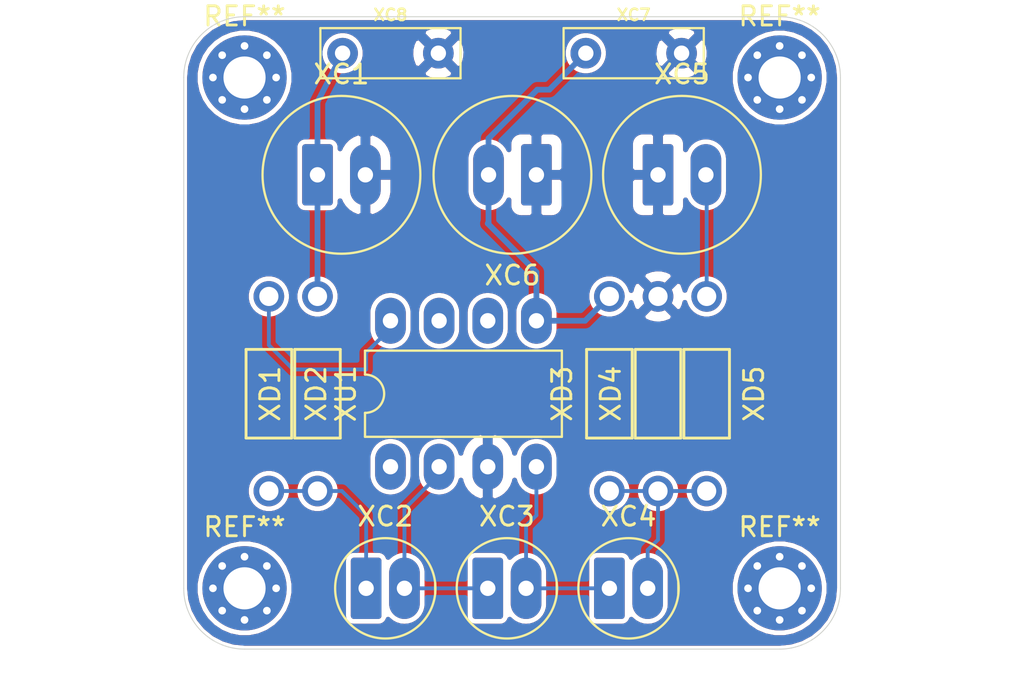
<source format=kicad_pcb>
(kicad_pcb (version 20171130) (host pcbnew "(5.1.4)-1")

  (general
    (thickness 1.6)
    (drawings 13)
    (tracks 38)
    (zones 0)
    (modules 18)
    (nets 13)
  )

  (page A4)
  (layers
    (0 F.Cu signal)
    (31 B.Cu signal)
    (32 B.Adhes user)
    (33 F.Adhes user)
    (34 B.Paste user)
    (35 F.Paste user)
    (36 B.SilkS user)
    (37 F.SilkS user)
    (38 B.Mask user)
    (39 F.Mask user)
    (40 Dwgs.User user)
    (41 Cmts.User user)
    (42 Eco1.User user hide)
    (43 Eco2.User user)
    (44 Edge.Cuts user)
    (45 Margin user)
    (46 B.CrtYd user)
    (47 F.CrtYd user)
    (48 B.Fab user)
    (49 F.Fab user)
  )

  (setup
    (last_trace_width 0.2)
    (trace_clearance 0.1524)
    (zone_clearance 0.1524)
    (zone_45_only no)
    (trace_min 0.1524)
    (via_size 0.8)
    (via_drill 0.4)
    (via_min_size 0.4)
    (via_min_drill 0.254)
    (uvia_size 0.3)
    (uvia_drill 0.1)
    (uvias_allowed no)
    (uvia_min_size 0.2)
    (uvia_min_drill 0.1)
    (edge_width 0.05)
    (segment_width 0.2)
    (pcb_text_width 0.3)
    (pcb_text_size 1.5 1.5)
    (mod_edge_width 0.12)
    (mod_text_size 1 1)
    (mod_text_width 0.15)
    (pad_size 2.4 1.6)
    (pad_drill 0.8)
    (pad_to_mask_clearance 0.051)
    (solder_mask_min_width 0.1016)
    (aux_axis_origin 0 0)
    (visible_elements 7FFFFFFF)
    (pcbplotparams
      (layerselection 0x010c0_ffffffff)
      (usegerberextensions false)
      (usegerberattributes false)
      (usegerberadvancedattributes false)
      (creategerberjobfile false)
      (excludeedgelayer false)
      (linewidth 0.100000)
      (plotframeref false)
      (viasonmask false)
      (mode 1)
      (useauxorigin false)
      (hpglpennumber 1)
      (hpglpenspeed 20)
      (hpglpendiameter 15.000000)
      (psnegative false)
      (psa4output false)
      (plotreference false)
      (plotvalue false)
      (plotinvisibletext false)
      (padsonsilk false)
      (subtractmaskfromsilk false)
      (outputformat 1)
      (mirror false)
      (drillshape 0)
      (scaleselection 1)
      (outputdirectory "gerber/"))
  )

  (net 0 "")
  (net 1 GND)
  (net 2 VCC)
  (net 3 VSS)
  (net 4 "Net-(XC2-Pad2)")
  (net 5 "Net-(XC2-Pad1)")
  (net 6 "Net-(XC3-Pad2)")
  (net 7 "Net-(XC4-Pad2)")
  (net 8 "Net-(XC5-Pad2)")
  (net 9 +9V)
  (net 10 "Net-(XU1-Pad7)")
  (net 11 "Net-(XU1-Pad6)")
  (net 12 "Net-(XU1-Pad1)")

  (net_class Default "This is the default net class."
    (clearance 0.1524)
    (trace_width 0.2)
    (via_dia 0.8)
    (via_drill 0.4)
    (uvia_dia 0.3)
    (uvia_drill 0.1)
    (add_net +9V)
    (add_net "Net-(XC2-Pad1)")
    (add_net "Net-(XC2-Pad2)")
    (add_net "Net-(XC3-Pad2)")
    (add_net "Net-(XC4-Pad2)")
    (add_net "Net-(XC5-Pad2)")
    (add_net "Net-(XU1-Pad1)")
    (add_net "Net-(XU1-Pad6)")
    (add_net "Net-(XU1-Pad7)")
  )

  (net_class Power ""
    (clearance 0.25)
    (trace_width 0.3)
    (via_dia 0.8)
    (via_drill 0.4)
    (uvia_dia 0.3)
    (uvia_drill 0.1)
    (add_net GND)
    (add_net VCC)
    (add_net VSS)
  )

  (module Voltage_Converters_DC_DC_THT:LT1054 (layer F.Cu) (tedit 5D8D61D6) (tstamp 5D8C9159)
    (at 156.21 101.6 90)
    (path /5D8F60AA)
    (fp_text reference XU1 (at 0 -6.14 90) (layer F.SilkS)
      (effects (font (size 1 1) (thickness 0.15)))
    )
    (fp_text value LT1054 (at 0 6.14 90) (layer F.Fab)
      (effects (font (size 1 1) (thickness 0.15)))
    )
    (fp_text user %R (at 0 0 90) (layer F.Fab)
      (effects (font (size 1 1) (thickness 0.15)))
    )
    (fp_line (start 5.29 -5.36) (end -5.26 -5.36) (layer F.CrtYd) (width 0.05))
    (fp_line (start 5.29 5.34) (end 5.29 -5.36) (layer F.CrtYd) (width 0.05))
    (fp_line (start -5.26 5.34) (end 5.29 5.34) (layer F.CrtYd) (width 0.05))
    (fp_line (start -5.26 -5.36) (end -5.26 5.34) (layer F.CrtYd) (width 0.05))
    (fp_line (start 2.25 -5.14) (end 1 -5.14) (layer F.SilkS) (width 0.12))
    (fp_line (start 2.25 5.14) (end 2.25 -5.14) (layer F.SilkS) (width 0.12))
    (fp_line (start -2.25 5.14) (end 2.25 5.14) (layer F.SilkS) (width 0.12))
    (fp_line (start -2.25 -5.14) (end -2.25 5.14) (layer F.SilkS) (width 0.12))
    (fp_line (start -1 -5.14) (end -2.25 -5.14) (layer F.SilkS) (width 0.12))
    (fp_line (start -3.175 -4.08) (end -2.175 -5.08) (layer F.Fab) (width 0.1))
    (fp_line (start -3.175 5.08) (end -3.175 -4.08) (layer F.Fab) (width 0.1))
    (fp_line (start 3.175 5.08) (end -3.175 5.08) (layer F.Fab) (width 0.1))
    (fp_line (start 3.175 -5.08) (end 3.175 5.08) (layer F.Fab) (width 0.1))
    (fp_line (start -2.175 -5.08) (end 3.175 -5.08) (layer F.Fab) (width 0.1))
    (fp_arc (start 0 -5.14) (end -1 -5.14) (angle -180) (layer F.SilkS) (width 0.12))
    (pad 8 thru_hole oval (at 3.81 -3.81 90) (size 2.4 1.6) (drill 0.8) (layers *.Cu *.Mask)
      (net 9 +9V))
    (pad 4 thru_hole oval (at -3.81 3.81 90) (size 2.4 1.6) (drill 0.8) (layers *.Cu *.Mask)
      (net 6 "Net-(XC3-Pad2)"))
    (pad 7 thru_hole oval (at 3.81 -1.27 90) (size 2.4 1.6) (drill 0.8) (layers *.Cu *.Mask)
      (net 10 "Net-(XU1-Pad7)"))
    (pad 3 thru_hole oval (at -3.81 1.27 90) (size 2.4 1.6) (drill 0.8) (layers *.Cu *.Mask)
      (net 1 GND))
    (pad 6 thru_hole oval (at 3.81 1.27 90) (size 2.4 1.6) (drill 0.8) (layers *.Cu *.Mask)
      (net 11 "Net-(XU1-Pad6)"))
    (pad 2 thru_hole oval (at -3.81 -1.27 90) (size 2.4 1.6) (drill 0.8) (layers *.Cu *.Mask)
      (net 4 "Net-(XC2-Pad2)"))
    (pad 5 thru_hole oval (at 3.81 3.81 90) (size 2.4 1.6) (drill 0.8) (layers *.Cu *.Mask)
      (net 3 VSS))
    (pad 1 thru_hole oval (at -3.81 -3.81 90) (size 2.4 1.6) (drill 0.8) (layers *.Cu *.Mask)
      (net 12 "Net-(XU1-Pad1)"))
    (model ${LIB_MODULES}/Voltage_Converters_DC_DC_THT.pretty/LT1054.step
      (at (xyz 0 0 0))
      (scale (xyz 1 1 1))
      (rotate (xyz 0 0 0))
    )
  )

  (module MountingHole:MountingHole_2.2mm_M2_Pad_Via (layer F.Cu) (tedit 56DDB9C7) (tstamp 5D8CF15F)
    (at 172.72 111.76)
    (descr "Mounting Hole 2.2mm, M2")
    (tags "mounting hole 2.2mm m2")
    (attr virtual)
    (fp_text reference REF** (at 0 -3.2) (layer F.SilkS)
      (effects (font (size 1 1) (thickness 0.15)))
    )
    (fp_text value MountingHole_2.2mm_M2_Pad_Via (at 0 3.2) (layer F.Fab)
      (effects (font (size 1 1) (thickness 0.15)))
    )
    (fp_text user %R (at 0.3 0) (layer F.Fab)
      (effects (font (size 1 1) (thickness 0.15)))
    )
    (fp_circle (center 0 0) (end 2.2 0) (layer Cmts.User) (width 0.15))
    (fp_circle (center 0 0) (end 2.45 0) (layer F.CrtYd) (width 0.05))
    (pad 1 thru_hole circle (at 0 0) (size 4.4 4.4) (drill 2.2) (layers *.Cu *.Mask))
    (pad 1 thru_hole circle (at 1.65 0) (size 0.7 0.7) (drill 0.4) (layers *.Cu *.Mask))
    (pad 1 thru_hole circle (at 1.166726 1.166726) (size 0.7 0.7) (drill 0.4) (layers *.Cu *.Mask))
    (pad 1 thru_hole circle (at 0 1.65) (size 0.7 0.7) (drill 0.4) (layers *.Cu *.Mask))
    (pad 1 thru_hole circle (at -1.166726 1.166726) (size 0.7 0.7) (drill 0.4) (layers *.Cu *.Mask))
    (pad 1 thru_hole circle (at -1.65 0) (size 0.7 0.7) (drill 0.4) (layers *.Cu *.Mask))
    (pad 1 thru_hole circle (at -1.166726 -1.166726) (size 0.7 0.7) (drill 0.4) (layers *.Cu *.Mask))
    (pad 1 thru_hole circle (at 0 -1.65) (size 0.7 0.7) (drill 0.4) (layers *.Cu *.Mask))
    (pad 1 thru_hole circle (at 1.166726 -1.166726) (size 0.7 0.7) (drill 0.4) (layers *.Cu *.Mask))
    (model "D:/Sync/Sync - Projects/Projects - FreeCad/FreeCad - Designs/Generic Fasteners/Washer_M2_ID_2.2_OD_4.6_T_0.2.step"
      (at (xyz 0 0 0))
      (scale (xyz 1 1 1))
      (rotate (xyz 0 0 0))
    )
    (model "D:/Sync/Sync - Projects/Projects - FreeCad/FreeCad - Designs/Generic Fasteners/Screw_M2x4_T_1.5_Panhead.step"
      (offset (xyz 0 0 0.2))
      (scale (xyz 1 1 1))
      (rotate (xyz 0 0 0))
    )
    (model "D:/Sync/Sync - Projects/Projects - FreeCad/FreeCad - Designs/Generic Fasteners/Standoff_Brass_MF_M2x4+3_OD_3.step"
      (offset (xyz 0 0 -5.8))
      (scale (xyz 1 1 1))
      (rotate (xyz 0 180 0))
    )
    (model "D:/Sync/Sync - Projects/Projects - FreeCad/FreeCad - Designs/Generic Fasteners/Nut_M2_FF_3.6_TT_4.2_T_1.5.step"
      (offset (xyz 0 0 -9))
      (scale (xyz 1 1 1))
      (rotate (xyz 0 0 0))
    )
  )

  (module MountingHole:MountingHole_2.2mm_M2_Pad_Via (layer F.Cu) (tedit 56DDB9C7) (tstamp 5D8CF141)
    (at 144.78 111.76)
    (descr "Mounting Hole 2.2mm, M2")
    (tags "mounting hole 2.2mm m2")
    (attr virtual)
    (fp_text reference REF** (at 0 -3.2) (layer F.SilkS)
      (effects (font (size 1 1) (thickness 0.15)))
    )
    (fp_text value MountingHole_2.2mm_M2_Pad_Via (at 0 3.2) (layer F.Fab)
      (effects (font (size 1 1) (thickness 0.15)))
    )
    (fp_circle (center 0 0) (end 2.45 0) (layer F.CrtYd) (width 0.05))
    (fp_circle (center 0 0) (end 2.2 0) (layer Cmts.User) (width 0.15))
    (fp_text user %R (at 0.3 0) (layer F.Fab)
      (effects (font (size 1 1) (thickness 0.15)))
    )
    (pad 1 thru_hole circle (at 1.166726 -1.166726) (size 0.7 0.7) (drill 0.4) (layers *.Cu *.Mask))
    (pad 1 thru_hole circle (at 0 -1.65) (size 0.7 0.7) (drill 0.4) (layers *.Cu *.Mask))
    (pad 1 thru_hole circle (at -1.166726 -1.166726) (size 0.7 0.7) (drill 0.4) (layers *.Cu *.Mask))
    (pad 1 thru_hole circle (at -1.65 0) (size 0.7 0.7) (drill 0.4) (layers *.Cu *.Mask))
    (pad 1 thru_hole circle (at -1.166726 1.166726) (size 0.7 0.7) (drill 0.4) (layers *.Cu *.Mask))
    (pad 1 thru_hole circle (at 0 1.65) (size 0.7 0.7) (drill 0.4) (layers *.Cu *.Mask))
    (pad 1 thru_hole circle (at 1.166726 1.166726) (size 0.7 0.7) (drill 0.4) (layers *.Cu *.Mask))
    (pad 1 thru_hole circle (at 1.65 0) (size 0.7 0.7) (drill 0.4) (layers *.Cu *.Mask))
    (pad 1 thru_hole circle (at 0 0) (size 4.4 4.4) (drill 2.2) (layers *.Cu *.Mask))
    (model "D:/Sync/Sync - Projects/Projects - FreeCad/FreeCad - Designs/Generic Fasteners/Washer_M2_ID_2.2_OD_4.6_T_0.2.step"
      (at (xyz 0 0 0))
      (scale (xyz 1 1 1))
      (rotate (xyz 0 0 0))
    )
    (model "D:/Sync/Sync - Projects/Projects - FreeCad/FreeCad - Designs/Generic Fasteners/Screw_M2x4_T_1.5_Panhead.step"
      (offset (xyz 0 0 0.2))
      (scale (xyz 1 1 1))
      (rotate (xyz 0 0 0))
    )
    (model "D:/Sync/Sync - Projects/Projects - FreeCad/FreeCad - Designs/Generic Fasteners/Standoff_Brass_MF_M2x4+3_OD_3.step"
      (offset (xyz 0 0 -5.8))
      (scale (xyz 1 1 1))
      (rotate (xyz 0 180 0))
    )
    (model "D:/Sync/Sync - Projects/Projects - FreeCad/FreeCad - Designs/Generic Fasteners/Nut_M2_FF_3.6_TT_4.2_T_1.5.step"
      (offset (xyz 0 0 -9))
      (scale (xyz 1 1 1))
      (rotate (xyz 0 0 0))
    )
  )

  (module MountingHole:MountingHole_2.2mm_M2_Pad_Via (layer F.Cu) (tedit 56DDB9C7) (tstamp 5D8CF123)
    (at 144.78 85.09)
    (descr "Mounting Hole 2.2mm, M2")
    (tags "mounting hole 2.2mm m2")
    (attr virtual)
    (fp_text reference REF** (at 0 -3.2) (layer F.SilkS)
      (effects (font (size 1 1) (thickness 0.15)))
    )
    (fp_text value MountingHole_2.2mm_M2_Pad_Via (at 0 3.2) (layer F.Fab)
      (effects (font (size 1 1) (thickness 0.15)))
    )
    (fp_text user %R (at 0.3 0) (layer F.Fab)
      (effects (font (size 1 1) (thickness 0.15)))
    )
    (fp_circle (center 0 0) (end 2.2 0) (layer Cmts.User) (width 0.15))
    (fp_circle (center 0 0) (end 2.45 0) (layer F.CrtYd) (width 0.05))
    (pad 1 thru_hole circle (at 0 0) (size 4.4 4.4) (drill 2.2) (layers *.Cu *.Mask))
    (pad 1 thru_hole circle (at 1.65 0) (size 0.7 0.7) (drill 0.4) (layers *.Cu *.Mask))
    (pad 1 thru_hole circle (at 1.166726 1.166726) (size 0.7 0.7) (drill 0.4) (layers *.Cu *.Mask))
    (pad 1 thru_hole circle (at 0 1.65) (size 0.7 0.7) (drill 0.4) (layers *.Cu *.Mask))
    (pad 1 thru_hole circle (at -1.166726 1.166726) (size 0.7 0.7) (drill 0.4) (layers *.Cu *.Mask))
    (pad 1 thru_hole circle (at -1.65 0) (size 0.7 0.7) (drill 0.4) (layers *.Cu *.Mask))
    (pad 1 thru_hole circle (at -1.166726 -1.166726) (size 0.7 0.7) (drill 0.4) (layers *.Cu *.Mask))
    (pad 1 thru_hole circle (at 0 -1.65) (size 0.7 0.7) (drill 0.4) (layers *.Cu *.Mask))
    (pad 1 thru_hole circle (at 1.166726 -1.166726) (size 0.7 0.7) (drill 0.4) (layers *.Cu *.Mask))
    (model "D:/Sync/Sync - Projects/Projects - FreeCad/FreeCad - Designs/Generic Fasteners/Washer_M2_ID_2.2_OD_4.6_T_0.2.step"
      (at (xyz 0 0 0))
      (scale (xyz 1 1 1))
      (rotate (xyz 0 0 0))
    )
    (model "D:/Sync/Sync - Projects/Projects - FreeCad/FreeCad - Designs/Generic Fasteners/Screw_M2x4_T_1.5_Panhead.step"
      (offset (xyz 0 0 0.2))
      (scale (xyz 1 1 1))
      (rotate (xyz 0 0 0))
    )
    (model "D:/Sync/Sync - Projects/Projects - FreeCad/FreeCad - Designs/Generic Fasteners/Standoff_Brass_MF_M2x4+3_OD_3.step"
      (offset (xyz 0 0 -5.8))
      (scale (xyz 1 1 1))
      (rotate (xyz 0 180 0))
    )
    (model "D:/Sync/Sync - Projects/Projects - FreeCad/FreeCad - Designs/Generic Fasteners/Nut_M2_FF_3.6_TT_4.2_T_1.5.step"
      (offset (xyz 0 0 -9))
      (scale (xyz 1 1 1))
      (rotate (xyz 0 0 0))
    )
  )

  (module Capacitors_Film_THT:Wima_MKS2C031001A00KSSD (layer F.Cu) (tedit 5D35CA5F) (tstamp 5D8CED46)
    (at 152.4 83.82)
    (path /5D8E5956)
    (fp_text reference XC8 (at 0 -2) (layer F.SilkS)
      (effects (font (size 0.6 0.6) (thickness 0.127)))
    )
    (fp_text value 100n (at 0 1.9) (layer F.Fab)
      (effects (font (size 0.3 0.3) (thickness 0.03)))
    )
    (fp_text user %R (at 0 0) (layer F.Fab)
      (effects (font (size 0.4 0.4) (thickness 0.05)))
    )
    (fp_line (start 3.95 -1.6) (end -3.95 -1.6) (layer F.CrtYd) (width 0.05))
    (fp_line (start 3.95 1.6) (end 3.95 -1.6) (layer F.CrtYd) (width 0.05))
    (fp_line (start -3.95 1.6) (end 3.95 1.6) (layer F.CrtYd) (width 0.05))
    (fp_line (start -3.95 -1.6) (end -3.95 1.6) (layer F.CrtYd) (width 0.05))
    (fp_line (start 3.66 -1.31) (end 3.66 1.31) (layer F.SilkS) (width 0.12))
    (fp_line (start -3.66 -1.31) (end -3.66 1.31) (layer F.SilkS) (width 0.12))
    (fp_line (start -3.66 1.31) (end 3.66 1.31) (layer F.SilkS) (width 0.12))
    (fp_line (start -3.66 -1.31) (end 3.66 -1.31) (layer F.SilkS) (width 0.12))
    (fp_line (start 3.6 -1.25) (end -3.6 -1.25) (layer F.Fab) (width 0.1))
    (fp_line (start 3.6 1.25) (end 3.6 -1.25) (layer F.Fab) (width 0.1))
    (fp_line (start -3.6 1.25) (end 3.6 1.25) (layer F.Fab) (width 0.1))
    (fp_line (start -3.6 -1.25) (end -3.6 1.25) (layer F.Fab) (width 0.1))
    (pad 2 thru_hole circle (at 2.5 0) (size 1.6 1.6) (drill 0.8) (layers *.Cu *.Mask)
      (net 1 GND))
    (pad 1 thru_hole circle (at -2.5 0) (size 1.6 1.6) (drill 0.8) (layers *.Cu *.Mask)
      (net 2 VCC))
    (model ${LIB_MODULES}/Capacitors_Film_THT.pretty/Wima_MKS2C031001A00KSSD.step
      (at (xyz 0 0 0))
      (scale (xyz 1 1 1))
      (rotate (xyz 0 0 0))
    )
  )

  (module Capacitors_Film_THT:Wima_MKS2C031001A00KSSD (layer F.Cu) (tedit 5D35CA5F) (tstamp 5D8CED33)
    (at 165.1 83.82)
    (path /5D8E565D)
    (fp_text reference XC7 (at 0 -2) (layer F.SilkS)
      (effects (font (size 0.6 0.6) (thickness 0.127)))
    )
    (fp_text value 100n (at 0 1.9) (layer F.Fab)
      (effects (font (size 0.3 0.3) (thickness 0.03)))
    )
    (fp_text user %R (at 0 0) (layer F.Fab)
      (effects (font (size 0.4 0.4) (thickness 0.05)))
    )
    (fp_line (start 3.95 -1.6) (end -3.95 -1.6) (layer F.CrtYd) (width 0.05))
    (fp_line (start 3.95 1.6) (end 3.95 -1.6) (layer F.CrtYd) (width 0.05))
    (fp_line (start -3.95 1.6) (end 3.95 1.6) (layer F.CrtYd) (width 0.05))
    (fp_line (start -3.95 -1.6) (end -3.95 1.6) (layer F.CrtYd) (width 0.05))
    (fp_line (start 3.66 -1.31) (end 3.66 1.31) (layer F.SilkS) (width 0.12))
    (fp_line (start -3.66 -1.31) (end -3.66 1.31) (layer F.SilkS) (width 0.12))
    (fp_line (start -3.66 1.31) (end 3.66 1.31) (layer F.SilkS) (width 0.12))
    (fp_line (start -3.66 -1.31) (end 3.66 -1.31) (layer F.SilkS) (width 0.12))
    (fp_line (start 3.6 -1.25) (end -3.6 -1.25) (layer F.Fab) (width 0.1))
    (fp_line (start 3.6 1.25) (end 3.6 -1.25) (layer F.Fab) (width 0.1))
    (fp_line (start -3.6 1.25) (end 3.6 1.25) (layer F.Fab) (width 0.1))
    (fp_line (start -3.6 -1.25) (end -3.6 1.25) (layer F.Fab) (width 0.1))
    (pad 2 thru_hole circle (at 2.5 0) (size 1.6 1.6) (drill 0.8) (layers *.Cu *.Mask)
      (net 1 GND))
    (pad 1 thru_hole circle (at -2.5 0) (size 1.6 1.6) (drill 0.8) (layers *.Cu *.Mask)
      (net 3 VSS))
    (model ${LIB_MODULES}/Capacitors_Film_THT.pretty/Wima_MKS2C031001A00KSSD.step
      (at (xyz 0 0 0))
      (scale (xyz 1 1 1))
      (rotate (xyz 0 0 0))
    )
  )

  (module MountingHole:MountingHole_2.2mm_M2_Pad_Via (layer F.Cu) (tedit 56DDB9C7) (tstamp 5D8CC19C)
    (at 172.72 85.09)
    (descr "Mounting Hole 2.2mm, M2")
    (tags "mounting hole 2.2mm m2")
    (attr virtual)
    (fp_text reference REF** (at 0 -3.2) (layer F.SilkS)
      (effects (font (size 1 1) (thickness 0.15)))
    )
    (fp_text value MountingHole_2.2mm_M2_Pad_Via (at 0 3.2) (layer F.Fab)
      (effects (font (size 1 1) (thickness 0.15)))
    )
    (fp_circle (center 0 0) (end 2.45 0) (layer F.CrtYd) (width 0.05))
    (fp_circle (center 0 0) (end 2.2 0) (layer Cmts.User) (width 0.15))
    (fp_text user %R (at 0.3 0) (layer F.Fab)
      (effects (font (size 1 1) (thickness 0.15)))
    )
    (pad 1 thru_hole circle (at 1.166726 -1.166726) (size 0.7 0.7) (drill 0.4) (layers *.Cu *.Mask))
    (pad 1 thru_hole circle (at 0 -1.65) (size 0.7 0.7) (drill 0.4) (layers *.Cu *.Mask))
    (pad 1 thru_hole circle (at -1.166726 -1.166726) (size 0.7 0.7) (drill 0.4) (layers *.Cu *.Mask))
    (pad 1 thru_hole circle (at -1.65 0) (size 0.7 0.7) (drill 0.4) (layers *.Cu *.Mask))
    (pad 1 thru_hole circle (at -1.166726 1.166726) (size 0.7 0.7) (drill 0.4) (layers *.Cu *.Mask))
    (pad 1 thru_hole circle (at 0 1.65) (size 0.7 0.7) (drill 0.4) (layers *.Cu *.Mask))
    (pad 1 thru_hole circle (at 1.166726 1.166726) (size 0.7 0.7) (drill 0.4) (layers *.Cu *.Mask))
    (pad 1 thru_hole circle (at 1.65 0) (size 0.7 0.7) (drill 0.4) (layers *.Cu *.Mask))
    (pad 1 thru_hole circle (at 0 0) (size 4.4 4.4) (drill 2.2) (layers *.Cu *.Mask))
    (model "D:/Sync/Sync - Projects/Projects - FreeCad/FreeCad - Designs/Generic Fasteners/Washer_M2_ID_2.2_OD_4.6_T_0.2.step"
      (at (xyz 0 0 0))
      (scale (xyz 1 1 1))
      (rotate (xyz 0 0 0))
    )
    (model "D:/Sync/Sync - Projects/Projects - FreeCad/FreeCad - Designs/Generic Fasteners/Screw_M2x4_T_1.5_Panhead.step"
      (offset (xyz 0 0 0.2))
      (scale (xyz 1 1 1))
      (rotate (xyz 0 0 0))
    )
    (model "D:/Sync/Sync - Projects/Projects - FreeCad/FreeCad - Designs/Generic Fasteners/Standoff_Brass_MF_M2x4+3_OD_3.step"
      (offset (xyz 0 0 -5.8))
      (scale (xyz 1 1 1))
      (rotate (xyz 0 180 0))
    )
    (model "D:/Sync/Sync - Projects/Projects - FreeCad/FreeCad - Designs/Generic Fasteners/Nut_M2_FF_3.6_TT_4.2_T_1.5.step"
      (offset (xyz 0 0 -9))
      (scale (xyz 1 1 1))
      (rotate (xyz 0 0 0))
    )
  )

  (module Diodes_Rectifier_THT:DO-41_P10.16 (layer F.Cu) (tedit 5D3577B7) (tstamp 5D8C913D)
    (at 168.91 101.6 270)
    (path /5DA6D774)
    (fp_text reference XD5 (at 0 -2.47 90) (layer F.SilkS)
      (effects (font (size 1 1) (thickness 0.15)))
    )
    (fp_text value 1N5817 (at 0 2.47 90) (layer F.Fab)
      (effects (font (size 1 1) (thickness 0.15)))
    )
    (fp_line (start 2.315 -1.19) (end -2.315 -1.19) (layer F.SilkS) (width 0.15))
    (fp_line (start 2.315 1.19) (end 2.315 -1.19) (layer F.SilkS) (width 0.15))
    (fp_line (start -2.315 1.19) (end 2.315 1.19) (layer F.SilkS) (width 0.15))
    (fp_line (start -2.315 -1.19) (end -2.315 1.19) (layer F.SilkS) (width 0.15))
    (fp_line (start -6.43 -1.6) (end -6.43 1.6) (layer F.CrtYd) (width 0.05))
    (fp_line (start -6.43 1.6) (end 6.43 1.6) (layer F.CrtYd) (width 0.05))
    (fp_line (start 6.43 1.6) (end 6.43 -1.6) (layer F.CrtYd) (width 0.05))
    (fp_line (start 6.43 -1.6) (end -6.43 -1.6) (layer F.CrtYd) (width 0.05))
    (fp_text user %R (at 0.39 0 90) (layer F.Fab)
      (effects (font (size 1 1) (thickness 0.15)))
    )
    (pad 1 thru_hole circle (at -5.08 0 270) (size 1.6 1.6) (drill 1) (layers *.Cu *.Mask)
      (net 8 "Net-(XC5-Pad2)"))
    (pad 2 thru_hole circle (at 5.08 0 270) (size 1.6 1.6) (drill 1) (layers *.Cu *.Mask)
      (net 7 "Net-(XC4-Pad2)"))
    (model ${LIB_MODULES}/Diodes_Rectifier_THT.pretty/DO-41_P10.16.step
      (at (xyz 0 0 0))
      (scale (xyz 1 1 1))
      (rotate (xyz 0 0 0))
    )
  )

  (module Diodes_Rectifier_THT:DO-41_P10.16 (layer F.Cu) (tedit 5D3577B7) (tstamp 5D8C912E)
    (at 166.37 101.6 90)
    (path /5DA3AAC5)
    (fp_text reference XD4 (at 0 -2.47 90) (layer F.SilkS)
      (effects (font (size 1 1) (thickness 0.15)))
    )
    (fp_text value 1N5817 (at 0 2.47 90) (layer F.Fab)
      (effects (font (size 1 1) (thickness 0.15)))
    )
    (fp_line (start 2.315 -1.19) (end -2.315 -1.19) (layer F.SilkS) (width 0.15))
    (fp_line (start 2.315 1.19) (end 2.315 -1.19) (layer F.SilkS) (width 0.15))
    (fp_line (start -2.315 1.19) (end 2.315 1.19) (layer F.SilkS) (width 0.15))
    (fp_line (start -2.315 -1.19) (end -2.315 1.19) (layer F.SilkS) (width 0.15))
    (fp_line (start -6.43 -1.6) (end -6.43 1.6) (layer F.CrtYd) (width 0.05))
    (fp_line (start -6.43 1.6) (end 6.43 1.6) (layer F.CrtYd) (width 0.05))
    (fp_line (start 6.43 1.6) (end 6.43 -1.6) (layer F.CrtYd) (width 0.05))
    (fp_line (start 6.43 -1.6) (end -6.43 -1.6) (layer F.CrtYd) (width 0.05))
    (fp_text user %R (at 0.39 0 90) (layer F.Fab)
      (effects (font (size 1 1) (thickness 0.15)))
    )
    (pad 1 thru_hole circle (at -5.08 0 90) (size 1.6 1.6) (drill 1) (layers *.Cu *.Mask)
      (net 7 "Net-(XC4-Pad2)"))
    (pad 2 thru_hole circle (at 5.08 0 90) (size 1.6 1.6) (drill 1) (layers *.Cu *.Mask)
      (net 1 GND))
    (model ${LIB_MODULES}/Diodes_Rectifier_THT.pretty/DO-41_P10.16.step
      (at (xyz 0 0 0))
      (scale (xyz 1 1 1))
      (rotate (xyz 0 0 0))
    )
  )

  (module Diodes_Rectifier_THT:DO-41_P10.16 (layer F.Cu) (tedit 5D3577B7) (tstamp 5D8C911F)
    (at 163.83 101.6 90)
    (path /5DA0862B)
    (fp_text reference XD3 (at 0 -2.47 90) (layer F.SilkS)
      (effects (font (size 1 1) (thickness 0.15)))
    )
    (fp_text value 1N5817 (at 0 2.47 90) (layer F.Fab)
      (effects (font (size 1 1) (thickness 0.15)))
    )
    (fp_line (start 2.315 -1.19) (end -2.315 -1.19) (layer F.SilkS) (width 0.15))
    (fp_line (start 2.315 1.19) (end 2.315 -1.19) (layer F.SilkS) (width 0.15))
    (fp_line (start -2.315 1.19) (end 2.315 1.19) (layer F.SilkS) (width 0.15))
    (fp_line (start -2.315 -1.19) (end -2.315 1.19) (layer F.SilkS) (width 0.15))
    (fp_line (start -6.43 -1.6) (end -6.43 1.6) (layer F.CrtYd) (width 0.05))
    (fp_line (start -6.43 1.6) (end 6.43 1.6) (layer F.CrtYd) (width 0.05))
    (fp_line (start 6.43 1.6) (end 6.43 -1.6) (layer F.CrtYd) (width 0.05))
    (fp_line (start 6.43 -1.6) (end -6.43 -1.6) (layer F.CrtYd) (width 0.05))
    (fp_text user %R (at 0.39 0 90) (layer F.Fab)
      (effects (font (size 1 1) (thickness 0.15)))
    )
    (pad 1 thru_hole circle (at -5.08 0 90) (size 1.6 1.6) (drill 1) (layers *.Cu *.Mask)
      (net 7 "Net-(XC4-Pad2)"))
    (pad 2 thru_hole circle (at 5.08 0 90) (size 1.6 1.6) (drill 1) (layers *.Cu *.Mask)
      (net 3 VSS))
    (model ${LIB_MODULES}/Diodes_Rectifier_THT.pretty/DO-41_P10.16.step
      (at (xyz 0 0 0))
      (scale (xyz 1 1 1))
      (rotate (xyz 0 0 0))
    )
  )

  (module Diodes_Rectifier_THT:DO-41_P10.16 (layer F.Cu) (tedit 5D3577B7) (tstamp 5D8C9110)
    (at 146.05 101.6 270)
    (path /5D8F74CC)
    (fp_text reference XD2 (at 0 -2.47 90) (layer F.SilkS)
      (effects (font (size 1 1) (thickness 0.15)))
    )
    (fp_text value 1N5817 (at 0 2.47 90) (layer F.Fab)
      (effects (font (size 1 1) (thickness 0.15)))
    )
    (fp_line (start 2.315 -1.19) (end -2.315 -1.19) (layer F.SilkS) (width 0.15))
    (fp_line (start 2.315 1.19) (end 2.315 -1.19) (layer F.SilkS) (width 0.15))
    (fp_line (start -2.315 1.19) (end 2.315 1.19) (layer F.SilkS) (width 0.15))
    (fp_line (start -2.315 -1.19) (end -2.315 1.19) (layer F.SilkS) (width 0.15))
    (fp_line (start -6.43 -1.6) (end -6.43 1.6) (layer F.CrtYd) (width 0.05))
    (fp_line (start -6.43 1.6) (end 6.43 1.6) (layer F.CrtYd) (width 0.05))
    (fp_line (start 6.43 1.6) (end 6.43 -1.6) (layer F.CrtYd) (width 0.05))
    (fp_line (start 6.43 -1.6) (end -6.43 -1.6) (layer F.CrtYd) (width 0.05))
    (fp_text user %R (at 0.39 0 90) (layer F.Fab)
      (effects (font (size 1 1) (thickness 0.15)))
    )
    (pad 1 thru_hole circle (at -5.08 0 270) (size 1.6 1.6) (drill 1) (layers *.Cu *.Mask)
      (net 9 +9V))
    (pad 2 thru_hole circle (at 5.08 0 270) (size 1.6 1.6) (drill 1) (layers *.Cu *.Mask)
      (net 5 "Net-(XC2-Pad1)"))
    (model ${LIB_MODULES}/Diodes_Rectifier_THT.pretty/DO-41_P10.16.step
      (at (xyz 0 0 0))
      (scale (xyz 1 1 1))
      (rotate (xyz 0 0 0))
    )
  )

  (module Diodes_Rectifier_THT:DO-41_P10.16 (layer F.Cu) (tedit 5D3577B7) (tstamp 5D8C9101)
    (at 148.59 101.6 90)
    (path /5D8F8A84)
    (fp_text reference XD1 (at 0 -2.47 90) (layer F.SilkS)
      (effects (font (size 1 1) (thickness 0.15)))
    )
    (fp_text value 1N5817 (at 0 2.47 90) (layer F.Fab)
      (effects (font (size 1 1) (thickness 0.15)))
    )
    (fp_line (start 2.315 -1.19) (end -2.315 -1.19) (layer F.SilkS) (width 0.15))
    (fp_line (start 2.315 1.19) (end 2.315 -1.19) (layer F.SilkS) (width 0.15))
    (fp_line (start -2.315 1.19) (end 2.315 1.19) (layer F.SilkS) (width 0.15))
    (fp_line (start -2.315 -1.19) (end -2.315 1.19) (layer F.SilkS) (width 0.15))
    (fp_line (start -6.43 -1.6) (end -6.43 1.6) (layer F.CrtYd) (width 0.05))
    (fp_line (start -6.43 1.6) (end 6.43 1.6) (layer F.CrtYd) (width 0.05))
    (fp_line (start 6.43 1.6) (end 6.43 -1.6) (layer F.CrtYd) (width 0.05))
    (fp_line (start 6.43 -1.6) (end -6.43 -1.6) (layer F.CrtYd) (width 0.05))
    (fp_text user %R (at 0.39 0 90) (layer F.Fab)
      (effects (font (size 1 1) (thickness 0.15)))
    )
    (pad 1 thru_hole circle (at -5.08 0 90) (size 1.6 1.6) (drill 1) (layers *.Cu *.Mask)
      (net 5 "Net-(XC2-Pad1)"))
    (pad 2 thru_hole circle (at 5.08 0 90) (size 1.6 1.6) (drill 1) (layers *.Cu *.Mask)
      (net 2 VCC))
    (model ${LIB_MODULES}/Diodes_Rectifier_THT.pretty/DO-41_P10.16.step
      (at (xyz 0 0 0))
      (scale (xyz 1 1 1))
      (rotate (xyz 0 0 0))
    )
  )

  (module JSO_Capacitor_THT:Nichicon_UMA1E101MDD_100uF_P2.50_8.0x5.0mm (layer F.Cu) (tedit 5B76DEF6) (tstamp 5D8C90F2)
    (at 160.02 90.17 180)
    (descr "CP, Radial series, Radial, pin pitch=2.50mm, , diameter=8mm, Electrolytic Capacitor")
    (tags "CP Radial series Radial pin pitch 2.50mm  diameter 8mm Electrolytic Capacitor")
    (path /5DAA136E)
    (solder_mask_margin 0.1)
    (fp_text reference XC6 (at 1.25 -5.25) (layer F.SilkS)
      (effects (font (size 1 1) (thickness 0.15)))
    )
    (fp_text value 100u (at 1.25 5.25) (layer F.Fab)
      (effects (font (size 1 1) (thickness 0.15)))
    )
    (fp_text user %R (at 1.25 0) (layer F.Fab)
      (effects (font (size 1 1) (thickness 0.15)))
    )
    (fp_line (start -1.776759 -2.1475) (end -1.776759 -1.3475) (layer F.Fab) (width 0.1))
    (fp_line (start -2.176759 -1.7475) (end -1.376759 -1.7475) (layer F.Fab) (width 0.1))
    (fp_circle (center 1.25 0) (end 5.5 0) (layer F.CrtYd) (width 0.05))
    (fp_circle (center 1.25 0) (end 5.37 0) (layer F.SilkS) (width 0.12))
    (fp_circle (center 1.25 0) (end 5.25 0) (layer F.Fab) (width 0.1))
    (pad 2 thru_hole oval (at 2.5 0 180) (size 1.6 3.2) (drill 0.8) (layers *.Cu *.Mask)
      (net 3 VSS))
    (pad 1 thru_hole roundrect (at 0 0 180) (size 1.6 3.2) (drill 0.8) (layers *.Cu *.Mask) (roundrect_rratio 0.1)
      (net 1 GND))
    (model "D:/Sync/Sync - Projects/Projects - FreeCad/FreeCad - Designs/Nichicon UMA Series/Nichicon_UMA_Straight_D8_H5_P2.5_d0.45_LL2.6.step"
      (offset (xyz 1.25 0 0))
      (scale (xyz 1 1 1))
      (rotate (xyz 0 0 90))
    )
  )

  (module JSO_Capacitor_THT:Nichicon_UMA1E101MDD_100uF_P2.50_8.0x5.0mm (layer F.Cu) (tedit 5B76DEF6) (tstamp 5D8C90E6)
    (at 166.37 90.17)
    (descr "CP, Radial series, Radial, pin pitch=2.50mm, , diameter=8mm, Electrolytic Capacitor")
    (tags "CP Radial series Radial pin pitch 2.50mm  diameter 8mm Electrolytic Capacitor")
    (path /5DA6DB53)
    (solder_mask_margin 0.1)
    (fp_text reference XC5 (at 1.25 -5.25) (layer F.SilkS)
      (effects (font (size 1 1) (thickness 0.15)))
    )
    (fp_text value 100u (at 1.25 5.25) (layer F.Fab)
      (effects (font (size 1 1) (thickness 0.15)))
    )
    (fp_text user %R (at 1.25 0) (layer F.Fab)
      (effects (font (size 1 1) (thickness 0.15)))
    )
    (fp_line (start -1.776759 -2.1475) (end -1.776759 -1.3475) (layer F.Fab) (width 0.1))
    (fp_line (start -2.176759 -1.7475) (end -1.376759 -1.7475) (layer F.Fab) (width 0.1))
    (fp_circle (center 1.25 0) (end 5.5 0) (layer F.CrtYd) (width 0.05))
    (fp_circle (center 1.25 0) (end 5.37 0) (layer F.SilkS) (width 0.12))
    (fp_circle (center 1.25 0) (end 5.25 0) (layer F.Fab) (width 0.1))
    (pad 2 thru_hole oval (at 2.5 0) (size 1.6 3.2) (drill 0.8) (layers *.Cu *.Mask)
      (net 8 "Net-(XC5-Pad2)"))
    (pad 1 thru_hole roundrect (at 0 0) (size 1.6 3.2) (drill 0.8) (layers *.Cu *.Mask) (roundrect_rratio 0.1)
      (net 1 GND))
    (model "D:/Sync/Sync - Projects/Projects - FreeCad/FreeCad - Designs/Nichicon UMA Series/Nichicon_UMA_Straight_D8_H5_P2.5_d0.45_LL2.6.step"
      (offset (xyz 1.25 0 0))
      (scale (xyz 1 1 1))
      (rotate (xyz 0 0 90))
    )
  )

  (module JSO_Capacitor_THT:Nichicon_UMA1E100MDD_10uF_P2.00_5.0x5.0mm (layer F.Cu) (tedit 5B76DEDF) (tstamp 5D8CB1E4)
    (at 163.83 111.76)
    (descr "CP, Radial series, Radial, pin pitch=2.00mm, , diameter=5mm, Electrolytic Capacitor")
    (tags "CP Radial series Radial pin pitch 2.00mm  diameter 5mm Electrolytic Capacitor")
    (path /5D8FBB16)
    (solder_mask_margin 0.1)
    (fp_text reference XC4 (at 1 -3.75) (layer F.SilkS)
      (effects (font (size 1 1) (thickness 0.15)))
    )
    (fp_text value 10u (at 1 3.75) (layer F.Fab)
      (effects (font (size 1 1) (thickness 0.15)))
    )
    (fp_text user %R (at 1 0) (layer F.Fab)
      (effects (font (size 1 1) (thickness 0.15)))
    )
    (fp_line (start 3.601 -0.284) (end 3.601 0.284) (layer F.SilkS) (width 0.12))
    (fp_line (start -0.883605 -1.3375) (end -0.883605 -0.8375) (layer F.Fab) (width 0.1))
    (fp_line (start -1.133605 -1.0875) (end -0.633605 -1.0875) (layer F.Fab) (width 0.1))
    (fp_circle (center 1 0) (end 3.75 0) (layer F.CrtYd) (width 0.05))
    (fp_circle (center 1 0) (end 3.62 0) (layer F.SilkS) (width 0.12))
    (fp_circle (center 1 0) (end 3.5 0) (layer F.Fab) (width 0.1))
    (pad 2 thru_hole oval (at 2 0) (size 1.6 3.2) (drill 0.8) (layers *.Cu *.Mask)
      (net 7 "Net-(XC4-Pad2)"))
    (pad 1 thru_hole roundrect (at 0 0) (size 1.6 3.2) (drill 0.8) (layers *.Cu *.Mask) (roundrect_rratio 0.1)
      (net 6 "Net-(XC3-Pad2)"))
    (model "D:/Sync/Sync - Projects/Projects - FreeCad/FreeCad - Designs/Nichicon UMA Series/Nichicon_UMA_Straight_D5_H5_P2_d0.45_LL2.6.step"
      (offset (xyz 0.5 0 0))
      (scale (xyz 1 1 1))
      (rotate (xyz 0 0 90))
    )
  )

  (module JSO_Capacitor_THT:Nichicon_UMA1E100MDD_10uF_P2.00_5.0x5.0mm (layer F.Cu) (tedit 5B76DEDF) (tstamp 5D8C90CD)
    (at 157.48 111.76)
    (descr "CP, Radial series, Radial, pin pitch=2.00mm, , diameter=5mm, Electrolytic Capacitor")
    (tags "CP Radial series Radial pin pitch 2.00mm  diameter 5mm Electrolytic Capacitor")
    (path /5D8FB4DF)
    (solder_mask_margin 0.1)
    (fp_text reference XC3 (at 1 -3.75) (layer F.SilkS)
      (effects (font (size 1 1) (thickness 0.15)))
    )
    (fp_text value 10u (at 1 3.75) (layer F.Fab)
      (effects (font (size 1 1) (thickness 0.15)))
    )
    (fp_text user %R (at 1 0) (layer F.Fab)
      (effects (font (size 1 1) (thickness 0.15)))
    )
    (fp_line (start 3.601 -0.284) (end 3.601 0.284) (layer F.SilkS) (width 0.12))
    (fp_line (start -0.883605 -1.3375) (end -0.883605 -0.8375) (layer F.Fab) (width 0.1))
    (fp_line (start -1.133605 -1.0875) (end -0.633605 -1.0875) (layer F.Fab) (width 0.1))
    (fp_circle (center 1 0) (end 3.75 0) (layer F.CrtYd) (width 0.05))
    (fp_circle (center 1 0) (end 3.62 0) (layer F.SilkS) (width 0.12))
    (fp_circle (center 1 0) (end 3.5 0) (layer F.Fab) (width 0.1))
    (pad 2 thru_hole oval (at 2 0) (size 1.6 3.2) (drill 0.8) (layers *.Cu *.Mask)
      (net 6 "Net-(XC3-Pad2)"))
    (pad 1 thru_hole roundrect (at 0 0) (size 1.6 3.2) (drill 0.8) (layers *.Cu *.Mask) (roundrect_rratio 0.1)
      (net 4 "Net-(XC2-Pad2)"))
    (model "D:/Sync/Sync - Projects/Projects - FreeCad/FreeCad - Designs/Nichicon UMA Series/Nichicon_UMA_Straight_D5_H5_P2_d0.45_LL2.6.step"
      (offset (xyz 0.5 0 0))
      (scale (xyz 1 1 1))
      (rotate (xyz 0 0 90))
    )
  )

  (module JSO_Capacitor_THT:Nichicon_UMA1E100MDD_10uF_P2.00_5.0x5.0mm (layer F.Cu) (tedit 5B76DEDF) (tstamp 5D8C90C0)
    (at 151.13 111.76)
    (descr "CP, Radial series, Radial, pin pitch=2.00mm, , diameter=5mm, Electrolytic Capacitor")
    (tags "CP Radial series Radial pin pitch 2.00mm  diameter 5mm Electrolytic Capacitor")
    (path /5D8F9342)
    (solder_mask_margin 0.1)
    (fp_text reference XC2 (at 1 -3.75) (layer F.SilkS)
      (effects (font (size 1 1) (thickness 0.15)))
    )
    (fp_text value 10u (at 1 3.75) (layer F.Fab)
      (effects (font (size 1 1) (thickness 0.15)))
    )
    (fp_text user %R (at 1 0) (layer F.Fab)
      (effects (font (size 1 1) (thickness 0.15)))
    )
    (fp_line (start 3.601 -0.284) (end 3.601 0.284) (layer F.SilkS) (width 0.12))
    (fp_line (start -0.883605 -1.3375) (end -0.883605 -0.8375) (layer F.Fab) (width 0.1))
    (fp_line (start -1.133605 -1.0875) (end -0.633605 -1.0875) (layer F.Fab) (width 0.1))
    (fp_circle (center 1 0) (end 3.75 0) (layer F.CrtYd) (width 0.05))
    (fp_circle (center 1 0) (end 3.62 0) (layer F.SilkS) (width 0.12))
    (fp_circle (center 1 0) (end 3.5 0) (layer F.Fab) (width 0.1))
    (pad 2 thru_hole oval (at 2 0) (size 1.6 3.2) (drill 0.8) (layers *.Cu *.Mask)
      (net 4 "Net-(XC2-Pad2)"))
    (pad 1 thru_hole roundrect (at 0 0) (size 1.6 3.2) (drill 0.8) (layers *.Cu *.Mask) (roundrect_rratio 0.1)
      (net 5 "Net-(XC2-Pad1)"))
    (model "D:/Sync/Sync - Projects/Projects - FreeCad/FreeCad - Designs/Nichicon UMA Series/Nichicon_UMA_Straight_D5_H5_P2_d0.45_LL2.6.step"
      (offset (xyz 1 0 0))
      (scale (xyz 1 1 1))
      (rotate (xyz 0 0 90))
    )
  )

  (module JSO_Capacitor_THT:Nichicon_UMA1E101MDD_100uF_P2.50_8.0x5.0mm (layer F.Cu) (tedit 5B76DEF6) (tstamp 5D8C90B3)
    (at 148.59 90.17)
    (descr "CP, Radial series, Radial, pin pitch=2.50mm, , diameter=8mm, Electrolytic Capacitor")
    (tags "CP Radial series Radial pin pitch 2.50mm  diameter 8mm Electrolytic Capacitor")
    (path /5DCDE5E5)
    (solder_mask_margin 0.1)
    (fp_text reference XC1 (at 1.25 -5.25) (layer F.SilkS)
      (effects (font (size 1 1) (thickness 0.15)))
    )
    (fp_text value 100u (at 1.25 5.25) (layer F.Fab)
      (effects (font (size 1 1) (thickness 0.15)))
    )
    (fp_text user %R (at 1.25 0) (layer F.Fab)
      (effects (font (size 1 1) (thickness 0.15)))
    )
    (fp_line (start -1.776759 -2.1475) (end -1.776759 -1.3475) (layer F.Fab) (width 0.1))
    (fp_line (start -2.176759 -1.7475) (end -1.376759 -1.7475) (layer F.Fab) (width 0.1))
    (fp_circle (center 1.25 0) (end 5.5 0) (layer F.CrtYd) (width 0.05))
    (fp_circle (center 1.25 0) (end 5.37 0) (layer F.SilkS) (width 0.12))
    (fp_circle (center 1.25 0) (end 5.25 0) (layer F.Fab) (width 0.1))
    (pad 2 thru_hole oval (at 2.5 0) (size 1.6 3.2) (drill 0.8) (layers *.Cu *.Mask)
      (net 1 GND))
    (pad 1 thru_hole roundrect (at 0 0) (size 1.6 3.2) (drill 0.8) (layers *.Cu *.Mask) (roundrect_rratio 0.1)
      (net 2 VCC))
    (model "D:/Sync/Sync - Projects/Projects - FreeCad/FreeCad - Designs/Nichicon UMA Series/Nichicon_UMA_Straight_D8_H5_P2.5_d0.45_LL2.6.step"
      (offset (xyz 1.25 0 0))
      (scale (xyz 1 1 1))
      (rotate (xyz 0 0 90))
    )
  )

  (gr_arc (start 172.72 111.76) (end 172.72 114.935) (angle -90) (layer Edge.Cuts) (width 0.05) (tstamp 5D8CC4C0))
  (gr_arc (start 144.78 111.76) (end 141.605 111.76) (angle -90) (layer Edge.Cuts) (width 0.05) (tstamp 5D8CC4BD))
  (gr_arc (start 144.78 85.09) (end 144.78 81.915) (angle -90) (layer Edge.Cuts) (width 0.05) (tstamp 5D8CC4BA))
  (gr_arc (start 172.72 85.09) (end 175.895 85.09) (angle -90) (layer Edge.Cuts) (width 0.05))
  (gr_line (start 172.72 81.915) (end 144.78 81.915) (layer Edge.Cuts) (width 0.05) (tstamp 5D8CC31C))
  (gr_line (start 175.895 111.76) (end 175.895 85.09) (layer Edge.Cuts) (width 0.05))
  (gr_line (start 144.78 114.935) (end 172.72 114.935) (layer Edge.Cuts) (width 0.05))
  (gr_line (start 141.605 85.09) (end 141.605 111.76) (layer Edge.Cuts) (width 0.05))
  (dimension 29.21 (width 0.15) (layer Eco1.User)
    (gr_text "29.210 mm" (at 79.98 59.309 90) (layer Eco1.User)
      (effects (font (size 1 1) (thickness 0.15)))
    )
    (feature1 (pts (xy 101.346 44.704) (xy 80.693579 44.704)))
    (feature2 (pts (xy 101.346 73.914) (xy 80.693579 73.914)))
    (crossbar (pts (xy 81.28 73.914) (xy 81.28 44.704)))
    (arrow1a (pts (xy 81.28 44.704) (xy 81.866421 45.830504)))
    (arrow1b (pts (xy 81.28 44.704) (xy 80.693579 45.830504)))
    (arrow2a (pts (xy 81.28 73.914) (xy 81.866421 72.787496)))
    (arrow2b (pts (xy 81.28 73.914) (xy 80.693579 72.787496)))
  )
  (dimension 43.18 (width 0.15) (layer Eco1.User)
    (gr_text "43.180 mm" (at 122.936 32.609) (layer Eco1.User)
      (effects (font (size 1 1) (thickness 0.15)))
    )
    (feature1 (pts (xy 101.346 73.914) (xy 101.346 33.322579)))
    (feature2 (pts (xy 144.526 73.914) (xy 144.526 33.322579)))
    (crossbar (pts (xy 144.526 33.909) (xy 101.346 33.909)))
    (arrow1a (pts (xy 101.346 33.909) (xy 102.472504 33.322579)))
    (arrow1b (pts (xy 101.346 33.909) (xy 102.472504 34.495421)))
    (arrow2a (pts (xy 144.526 33.909) (xy 143.399496 33.322579)))
    (arrow2b (pts (xy 144.526 33.909) (xy 143.399496 34.495421)))
  )
  (dimension 43.18 (width 0.15) (layer Eco1.User)
    (gr_text "43.180 mm" (at 166.116 32.609) (layer Eco1.User)
      (effects (font (size 1 1) (thickness 0.15)))
    )
    (feature1 (pts (xy 144.526 73.914) (xy 144.526 33.322579)))
    (feature2 (pts (xy 187.706 73.914) (xy 187.706 33.322579)))
    (crossbar (pts (xy 187.706 33.909) (xy 144.526 33.909)))
    (arrow1a (pts (xy 144.526 33.909) (xy 145.652504 33.322579)))
    (arrow1b (pts (xy 144.526 33.909) (xy 145.652504 34.495421)))
    (arrow2a (pts (xy 187.706 33.909) (xy 186.579496 33.322579)))
    (arrow2b (pts (xy 187.706 33.909) (xy 186.579496 34.495421)))
  )
  (dimension 10.16 (width 0.15) (layer Eco1.User)
    (gr_text "10.160 mm" (at 192.786 32.609) (layer Eco1.User)
      (effects (font (size 1 1) (thickness 0.15)))
    )
    (feature1 (pts (xy 197.866 73.914) (xy 197.866 33.322579)))
    (feature2 (pts (xy 187.706 73.914) (xy 187.706 33.322579)))
    (crossbar (pts (xy 187.706 33.909) (xy 197.866 33.909)))
    (arrow1a (pts (xy 197.866 33.909) (xy 196.739496 34.495421)))
    (arrow1b (pts (xy 197.866 33.909) (xy 196.739496 33.322579)))
    (arrow2a (pts (xy 187.706 33.909) (xy 188.832504 34.495421)))
    (arrow2b (pts (xy 187.706 33.909) (xy 188.832504 33.322579)))
  )
  (dimension 13.97 (width 0.15) (layer Eco1.User)
    (gr_text "13.970 mm" (at 94.361 31.339) (layer Eco1.User)
      (effects (font (size 1 1) (thickness 0.15)))
    )
    (feature1 (pts (xy 87.376 73.914) (xy 87.376 32.052579)))
    (feature2 (pts (xy 101.346 73.914) (xy 101.346 32.052579)))
    (crossbar (pts (xy 101.346 32.639) (xy 87.376 32.639)))
    (arrow1a (pts (xy 87.376 32.639) (xy 88.502504 32.052579)))
    (arrow1b (pts (xy 87.376 32.639) (xy 88.502504 33.225421)))
    (arrow2a (pts (xy 101.346 32.639) (xy 100.219496 32.052579)))
    (arrow2b (pts (xy 101.346 32.639) (xy 100.219496 33.225421)))
  )

  (segment (start 148.59 96.52) (end 148.59 90.17) (width 0.3) (layer B.Cu) (net 2))
  (segment (start 148.59 86.36) (end 149.9 83.82) (width 0.3) (layer B.Cu) (net 2))
  (segment (start 148.59 90.17) (end 148.59 86.36) (width 0.3) (layer B.Cu) (net 2))
  (segment (start 163.83 96.52) (end 162.56 97.79) (width 0.3) (layer B.Cu) (net 3))
  (segment (start 162.56 97.79) (end 160.02 97.79) (width 0.3) (layer B.Cu) (net 3))
  (segment (start 160.02 97.79) (end 160.02 95.25) (width 0.3) (layer B.Cu) (net 3))
  (segment (start 160.02 95.25) (end 157.48 92.71) (width 0.3) (layer B.Cu) (net 3))
  (segment (start 157.52 92.67) (end 157.52 90.17) (width 0.3) (layer B.Cu) (net 3))
  (segment (start 157.48 92.71) (end 157.52 92.67) (width 0.3) (layer B.Cu) (net 3))
  (segment (start 157.52 88.27) (end 160.065 85.725) (width 0.3) (layer B.Cu) (net 3))
  (segment (start 157.52 90.17) (end 157.52 88.27) (width 0.3) (layer B.Cu) (net 3))
  (segment (start 160.695 85.725) (end 162.6 83.82) (width 0.3) (layer B.Cu) (net 3))
  (segment (start 160.065 85.725) (end 160.695 85.725) (width 0.3) (layer B.Cu) (net 3))
  (segment (start 157.48 111.76) (end 153.13 111.76) (width 0.2) (layer B.Cu) (net 4))
  (segment (start 154.94 105.81) (end 154.94 105.41) (width 0.2) (layer B.Cu) (net 4))
  (segment (start 153.13 107.62) (end 154.94 105.81) (width 0.2) (layer B.Cu) (net 4))
  (segment (start 153.13 111.76) (end 153.13 107.62) (width 0.2) (layer B.Cu) (net 4))
  (segment (start 151.13 111.76) (end 151.13 107.95) (width 0.2) (layer B.Cu) (net 5))
  (segment (start 151.13 107.95) (end 149.86 106.68) (width 0.2) (layer B.Cu) (net 5))
  (segment (start 149.86 106.68) (end 148.59 106.68) (width 0.2) (layer B.Cu) (net 5))
  (segment (start 148.59 106.68) (end 146.05 106.68) (width 0.2) (layer B.Cu) (net 5))
  (segment (start 163.83 111.76) (end 159.48 111.76) (width 0.2) (layer B.Cu) (net 6))
  (segment (start 159.48 111.76) (end 159.48 108.49) (width 0.2) (layer B.Cu) (net 6))
  (segment (start 160.02 107.95) (end 160.02 105.41) (width 0.2) (layer B.Cu) (net 6))
  (segment (start 159.48 108.49) (end 160.02 107.95) (width 0.2) (layer B.Cu) (net 6))
  (segment (start 165.83 111.76) (end 165.83 109.76) (width 0.2) (layer B.Cu) (net 7))
  (segment (start 166.37 109.22) (end 166.37 106.68) (width 0.2) (layer B.Cu) (net 7))
  (segment (start 165.83 109.76) (end 166.37 109.22) (width 0.2) (layer B.Cu) (net 7))
  (segment (start 168.91 106.68) (end 166.37 106.68) (width 0.2) (layer B.Cu) (net 7))
  (segment (start 166.37 106.68) (end 163.83 106.68) (width 0.2) (layer B.Cu) (net 7))
  (segment (start 168.91 90.21) (end 168.87 90.17) (width 0.2) (layer B.Cu) (net 8))
  (segment (start 168.91 96.52) (end 168.91 90.21) (width 0.2) (layer B.Cu) (net 8))
  (segment (start 146.05 96.52) (end 146.05 99.06) (width 0.2) (layer B.Cu) (net 9))
  (segment (start 146.05 99.06) (end 147.32 100.33) (width 0.2) (layer B.Cu) (net 9))
  (segment (start 147.32 100.33) (end 151.13 100.33) (width 0.2) (layer B.Cu) (net 9))
  (segment (start 152.4 98.19) (end 152.4 97.79) (width 0.2) (layer B.Cu) (net 9))
  (segment (start 151.13 99.46) (end 152.4 98.19) (width 0.2) (layer B.Cu) (net 9))
  (segment (start 151.13 100.33) (end 151.13 99.46) (width 0.2) (layer B.Cu) (net 9))

  (zone (net 1) (net_name GND) (layer B.Cu) (tstamp 0) (hatch edge 0.508)
    (connect_pads (clearance 0.1524))
    (min_thickness 0.254)
    (fill yes (arc_segments 32) (thermal_gap 0.508) (thermal_bridge_width 0.508) (smoothing fillet) (radius 1))
    (polygon
      (pts
        (xy 141.605 81.915) (xy 175.895 81.915) (xy 175.895 114.935) (xy 141.605 114.935)
      )
    )
    (filled_polygon
      (pts
        (xy 173.277285 82.275501) (xy 173.813345 82.437347) (xy 174.307756 82.700231) (xy 174.741695 83.054143) (xy 175.098625 83.485598)
        (xy 175.364955 83.978163) (xy 175.530539 84.513084) (xy 175.590579 85.084312) (xy 175.590601 85.090769) (xy 175.5906 111.745115)
        (xy 175.534499 112.317285) (xy 175.372653 112.853345) (xy 175.109769 113.347756) (xy 174.755857 113.781695) (xy 174.324404 114.138623)
        (xy 173.831837 114.404955) (xy 173.296917 114.570539) (xy 172.725688 114.630579) (xy 172.719519 114.6306) (xy 144.794885 114.6306)
        (xy 144.222715 114.574499) (xy 143.686655 114.412653) (xy 143.192244 114.149769) (xy 142.758305 113.795857) (xy 142.401377 113.364404)
        (xy 142.135045 112.871837) (xy 141.969461 112.336917) (xy 141.909421 111.765688) (xy 141.9094 111.759519) (xy 141.9094 111.506188)
        (xy 142.203 111.506188) (xy 142.203 112.013812) (xy 142.302033 112.511683) (xy 142.496292 112.980667) (xy 142.778313 113.402742)
        (xy 143.137258 113.761687) (xy 143.559333 114.043708) (xy 144.028317 114.237967) (xy 144.526188 114.337) (xy 145.033812 114.337)
        (xy 145.531683 114.237967) (xy 146.000667 114.043708) (xy 146.422742 113.761687) (xy 146.781687 113.402742) (xy 147.063708 112.980667)
        (xy 147.257967 112.511683) (xy 147.357 112.013812) (xy 147.357 111.506188) (xy 147.257967 111.008317) (xy 147.063708 110.539333)
        (xy 146.781687 110.117258) (xy 146.422742 109.758313) (xy 146.000667 109.476292) (xy 145.531683 109.282033) (xy 145.033812 109.183)
        (xy 144.526188 109.183) (xy 144.028317 109.282033) (xy 143.559333 109.476292) (xy 143.137258 109.758313) (xy 142.778313 110.117258)
        (xy 142.496292 110.539333) (xy 142.302033 111.008317) (xy 142.203 111.506188) (xy 141.9094 111.506188) (xy 141.9094 106.564076)
        (xy 144.873 106.564076) (xy 144.873 106.795924) (xy 144.918231 107.023318) (xy 145.006956 107.237519) (xy 145.135764 107.430294)
        (xy 145.299706 107.594236) (xy 145.492481 107.723044) (xy 145.706682 107.811769) (xy 145.934076 107.857) (xy 146.165924 107.857)
        (xy 146.393318 107.811769) (xy 146.607519 107.723044) (xy 146.800294 107.594236) (xy 146.964236 107.430294) (xy 147.093044 107.237519)
        (xy 147.126396 107.157) (xy 147.513604 107.157) (xy 147.546956 107.237519) (xy 147.675764 107.430294) (xy 147.839706 107.594236)
        (xy 148.032481 107.723044) (xy 148.246682 107.811769) (xy 148.474076 107.857) (xy 148.705924 107.857) (xy 148.933318 107.811769)
        (xy 149.147519 107.723044) (xy 149.340294 107.594236) (xy 149.504236 107.430294) (xy 149.633044 107.237519) (xy 149.665232 107.159811)
        (xy 150.653001 108.147581) (xy 150.653001 109.781176) (xy 150.49 109.781176) (xy 150.384881 109.791529) (xy 150.283801 109.822192)
        (xy 150.190645 109.871984) (xy 150.108994 109.938994) (xy 150.041984 110.020645) (xy 149.992192 110.113801) (xy 149.961529 110.214881)
        (xy 149.951176 110.32) (xy 149.951176 113.2) (xy 149.961529 113.305119) (xy 149.992192 113.406199) (xy 150.041984 113.499355)
        (xy 150.108994 113.581006) (xy 150.190645 113.648016) (xy 150.283801 113.697808) (xy 150.384881 113.728471) (xy 150.49 113.738824)
        (xy 151.77 113.738824) (xy 151.875119 113.728471) (xy 151.976199 113.697808) (xy 152.069355 113.648016) (xy 152.151006 113.581006)
        (xy 152.218016 113.499355) (xy 152.267808 113.406199) (xy 152.276993 113.375921) (xy 152.29371 113.396291) (xy 152.472931 113.543374)
        (xy 152.677404 113.652667) (xy 152.899269 113.719969) (xy 153.13 113.742694) (xy 153.360732 113.719969) (xy 153.582597 113.652667)
        (xy 153.78707 113.543374) (xy 153.966291 113.396291) (xy 154.113374 113.21707) (xy 154.222667 113.012597) (xy 154.289969 112.790732)
        (xy 154.307 112.617812) (xy 154.307 112.237) (xy 156.301176 112.237) (xy 156.301176 113.2) (xy 156.311529 113.305119)
        (xy 156.342192 113.406199) (xy 156.391984 113.499355) (xy 156.458994 113.581006) (xy 156.540645 113.648016) (xy 156.633801 113.697808)
        (xy 156.734881 113.728471) (xy 156.84 113.738824) (xy 158.12 113.738824) (xy 158.225119 113.728471) (xy 158.326199 113.697808)
        (xy 158.419355 113.648016) (xy 158.501006 113.581006) (xy 158.568016 113.499355) (xy 158.617808 113.406199) (xy 158.626993 113.375921)
        (xy 158.64371 113.396291) (xy 158.822931 113.543374) (xy 159.027404 113.652667) (xy 159.249269 113.719969) (xy 159.48 113.742694)
        (xy 159.710732 113.719969) (xy 159.932597 113.652667) (xy 160.13707 113.543374) (xy 160.316291 113.396291) (xy 160.463374 113.21707)
        (xy 160.572667 113.012597) (xy 160.639969 112.790732) (xy 160.657 112.617812) (xy 160.657 112.237) (xy 162.651176 112.237)
        (xy 162.651176 113.2) (xy 162.661529 113.305119) (xy 162.692192 113.406199) (xy 162.741984 113.499355) (xy 162.808994 113.581006)
        (xy 162.890645 113.648016) (xy 162.983801 113.697808) (xy 163.084881 113.728471) (xy 163.19 113.738824) (xy 164.47 113.738824)
        (xy 164.575119 113.728471) (xy 164.676199 113.697808) (xy 164.769355 113.648016) (xy 164.851006 113.581006) (xy 164.918016 113.499355)
        (xy 164.967808 113.406199) (xy 164.976993 113.375921) (xy 164.99371 113.396291) (xy 165.172931 113.543374) (xy 165.377404 113.652667)
        (xy 165.599269 113.719969) (xy 165.83 113.742694) (xy 166.060732 113.719969) (xy 166.282597 113.652667) (xy 166.48707 113.543374)
        (xy 166.666291 113.396291) (xy 166.813374 113.21707) (xy 166.922667 113.012597) (xy 166.989969 112.790732) (xy 167.007 112.617812)
        (xy 167.007 111.506188) (xy 170.143 111.506188) (xy 170.143 112.013812) (xy 170.242033 112.511683) (xy 170.436292 112.980667)
        (xy 170.718313 113.402742) (xy 171.077258 113.761687) (xy 171.499333 114.043708) (xy 171.968317 114.237967) (xy 172.466188 114.337)
        (xy 172.973812 114.337) (xy 173.471683 114.237967) (xy 173.940667 114.043708) (xy 174.362742 113.761687) (xy 174.721687 113.402742)
        (xy 175.003708 112.980667) (xy 175.197967 112.511683) (xy 175.297 112.013812) (xy 175.297 111.506188) (xy 175.197967 111.008317)
        (xy 175.003708 110.539333) (xy 174.721687 110.117258) (xy 174.362742 109.758313) (xy 173.940667 109.476292) (xy 173.471683 109.282033)
        (xy 172.973812 109.183) (xy 172.466188 109.183) (xy 171.968317 109.282033) (xy 171.499333 109.476292) (xy 171.077258 109.758313)
        (xy 170.718313 110.117258) (xy 170.436292 110.539333) (xy 170.242033 111.008317) (xy 170.143 111.506188) (xy 167.007 111.506188)
        (xy 167.007 110.902188) (xy 166.989969 110.729268) (xy 166.922667 110.507403) (xy 166.813374 110.30293) (xy 166.666291 110.123709)
        (xy 166.487069 109.976626) (xy 166.357311 109.907269) (xy 166.690729 109.573851) (xy 166.708921 109.558921) (xy 166.768529 109.486289)
        (xy 166.812822 109.403423) (xy 166.840097 109.313508) (xy 166.847 109.243423) (xy 166.847 109.243416) (xy 166.849306 109.220001)
        (xy 166.847 109.196586) (xy 166.847 107.756396) (xy 166.927519 107.723044) (xy 167.120294 107.594236) (xy 167.284236 107.430294)
        (xy 167.413044 107.237519) (xy 167.446396 107.157) (xy 167.833604 107.157) (xy 167.866956 107.237519) (xy 167.995764 107.430294)
        (xy 168.159706 107.594236) (xy 168.352481 107.723044) (xy 168.566682 107.811769) (xy 168.794076 107.857) (xy 169.025924 107.857)
        (xy 169.253318 107.811769) (xy 169.467519 107.723044) (xy 169.660294 107.594236) (xy 169.824236 107.430294) (xy 169.953044 107.237519)
        (xy 170.041769 107.023318) (xy 170.087 106.795924) (xy 170.087 106.564076) (xy 170.041769 106.336682) (xy 169.953044 106.122481)
        (xy 169.824236 105.929706) (xy 169.660294 105.765764) (xy 169.467519 105.636956) (xy 169.253318 105.548231) (xy 169.025924 105.503)
        (xy 168.794076 105.503) (xy 168.566682 105.548231) (xy 168.352481 105.636956) (xy 168.159706 105.765764) (xy 167.995764 105.929706)
        (xy 167.866956 106.122481) (xy 167.833604 106.203) (xy 167.446396 106.203) (xy 167.413044 106.122481) (xy 167.284236 105.929706)
        (xy 167.120294 105.765764) (xy 166.927519 105.636956) (xy 166.713318 105.548231) (xy 166.485924 105.503) (xy 166.254076 105.503)
        (xy 166.026682 105.548231) (xy 165.812481 105.636956) (xy 165.619706 105.765764) (xy 165.455764 105.929706) (xy 165.326956 106.122481)
        (xy 165.293604 106.203) (xy 164.906396 106.203) (xy 164.873044 106.122481) (xy 164.744236 105.929706) (xy 164.580294 105.765764)
        (xy 164.387519 105.636956) (xy 164.173318 105.548231) (xy 163.945924 105.503) (xy 163.714076 105.503) (xy 163.486682 105.548231)
        (xy 163.272481 105.636956) (xy 163.079706 105.765764) (xy 162.915764 105.929706) (xy 162.786956 106.122481) (xy 162.698231 106.336682)
        (xy 162.653 106.564076) (xy 162.653 106.795924) (xy 162.698231 107.023318) (xy 162.786956 107.237519) (xy 162.915764 107.430294)
        (xy 163.079706 107.594236) (xy 163.272481 107.723044) (xy 163.486682 107.811769) (xy 163.714076 107.857) (xy 163.945924 107.857)
        (xy 164.173318 107.811769) (xy 164.387519 107.723044) (xy 164.580294 107.594236) (xy 164.744236 107.430294) (xy 164.873044 107.237519)
        (xy 164.906396 107.157) (xy 165.293604 107.157) (xy 165.326956 107.237519) (xy 165.455764 107.430294) (xy 165.619706 107.594236)
        (xy 165.812481 107.723044) (xy 165.893001 107.756396) (xy 165.893 109.02242) (xy 165.509271 109.40615) (xy 165.49108 109.421079)
        (xy 165.431472 109.493711) (xy 165.407796 109.538005) (xy 165.387178 109.576578) (xy 165.359903 109.666493) (xy 165.350694 109.76)
        (xy 165.353001 109.783425) (xy 165.353001 109.880376) (xy 165.17293 109.976626) (xy 164.993709 110.123709) (xy 164.976993 110.144078)
        (xy 164.967808 110.113801) (xy 164.918016 110.020645) (xy 164.851006 109.938994) (xy 164.769355 109.871984) (xy 164.676199 109.822192)
        (xy 164.575119 109.791529) (xy 164.47 109.781176) (xy 163.19 109.781176) (xy 163.084881 109.791529) (xy 162.983801 109.822192)
        (xy 162.890645 109.871984) (xy 162.808994 109.938994) (xy 162.741984 110.020645) (xy 162.692192 110.113801) (xy 162.661529 110.214881)
        (xy 162.651176 110.32) (xy 162.651176 111.283) (xy 160.657 111.283) (xy 160.657 110.902188) (xy 160.639969 110.729268)
        (xy 160.572667 110.507403) (xy 160.463374 110.30293) (xy 160.316291 110.123709) (xy 160.137069 109.976626) (xy 159.957 109.880377)
        (xy 159.957 108.687579) (xy 160.340729 108.303851) (xy 160.358921 108.288921) (xy 160.418529 108.216289) (xy 160.462822 108.133423)
        (xy 160.490097 108.043508) (xy 160.497 107.973423) (xy 160.497 107.973416) (xy 160.499306 107.950001) (xy 160.497 107.926586)
        (xy 160.497 106.889623) (xy 160.67707 106.793374) (xy 160.856291 106.646291) (xy 161.003374 106.46707) (xy 161.112667 106.262597)
        (xy 161.179969 106.040731) (xy 161.197 105.867811) (xy 161.197 104.952188) (xy 161.179969 104.779268) (xy 161.112667 104.557403)
        (xy 161.003374 104.35293) (xy 160.856291 104.173709) (xy 160.677069 104.026626) (xy 160.472596 103.917333) (xy 160.250731 103.850031)
        (xy 160.02 103.827306) (xy 159.789268 103.850031) (xy 159.567403 103.917333) (xy 159.36293 104.026626) (xy 159.183709 104.173709)
        (xy 159.036626 104.352931) (xy 158.927333 104.557404) (xy 158.881859 104.707312) (xy 158.86265 104.605486) (xy 158.757166 104.343517)
        (xy 158.602601 104.107161) (xy 158.404895 103.9055) (xy 158.171646 103.746285) (xy 157.911818 103.635633) (xy 157.829039 103.618096)
        (xy 157.607 103.740085) (xy 157.607 105.283) (xy 157.627 105.283) (xy 157.627 105.537) (xy 157.607 105.537)
        (xy 157.607 107.079915) (xy 157.829039 107.201904) (xy 157.911818 107.184367) (xy 158.171646 107.073715) (xy 158.404895 106.9145)
        (xy 158.602601 106.712839) (xy 158.757166 106.476483) (xy 158.86265 106.214514) (xy 158.881858 106.112688) (xy 158.927333 106.262597)
        (xy 159.036627 106.46707) (xy 159.18371 106.646291) (xy 159.362931 106.793374) (xy 159.543 106.889623) (xy 159.543 107.75242)
        (xy 159.159271 108.13615) (xy 159.14108 108.151079) (xy 159.081472 108.223711) (xy 159.057796 108.268005) (xy 159.037178 108.306578)
        (xy 159.009903 108.396493) (xy 159.000694 108.49) (xy 159.003001 108.513425) (xy 159.003001 109.880376) (xy 158.82293 109.976626)
        (xy 158.643709 110.123709) (xy 158.626993 110.144078) (xy 158.617808 110.113801) (xy 158.568016 110.020645) (xy 158.501006 109.938994)
        (xy 158.419355 109.871984) (xy 158.326199 109.822192) (xy 158.225119 109.791529) (xy 158.12 109.781176) (xy 156.84 109.781176)
        (xy 156.734881 109.791529) (xy 156.633801 109.822192) (xy 156.540645 109.871984) (xy 156.458994 109.938994) (xy 156.391984 110.020645)
        (xy 156.342192 110.113801) (xy 156.311529 110.214881) (xy 156.301176 110.32) (xy 156.301176 111.283) (xy 154.307 111.283)
        (xy 154.307 110.902188) (xy 154.289969 110.729268) (xy 154.222667 110.507403) (xy 154.113374 110.30293) (xy 153.966291 110.123709)
        (xy 153.787069 109.976626) (xy 153.607 109.880377) (xy 153.607 107.817579) (xy 154.513881 106.910699) (xy 154.709269 106.969969)
        (xy 154.94 106.992694) (xy 155.170732 106.969969) (xy 155.392597 106.902667) (xy 155.59707 106.793374) (xy 155.776291 106.646291)
        (xy 155.923374 106.46707) (xy 156.032667 106.262597) (xy 156.078141 106.112688) (xy 156.09735 106.214514) (xy 156.202834 106.476483)
        (xy 156.357399 106.712839) (xy 156.555105 106.9145) (xy 156.788354 107.073715) (xy 157.048182 107.184367) (xy 157.130961 107.201904)
        (xy 157.353 107.079915) (xy 157.353 105.537) (xy 157.333 105.537) (xy 157.333 105.283) (xy 157.353 105.283)
        (xy 157.353 103.740085) (xy 157.130961 103.618096) (xy 157.048182 103.635633) (xy 156.788354 103.746285) (xy 156.555105 103.9055)
        (xy 156.357399 104.107161) (xy 156.202834 104.343517) (xy 156.09735 104.605486) (xy 156.078142 104.707312) (xy 156.032667 104.557403)
        (xy 155.923374 104.35293) (xy 155.776291 104.173709) (xy 155.597069 104.026626) (xy 155.392596 103.917333) (xy 155.170731 103.850031)
        (xy 154.94 103.827306) (xy 154.709268 103.850031) (xy 154.487403 103.917333) (xy 154.28293 104.026626) (xy 154.103709 104.173709)
        (xy 153.956626 104.352931) (xy 153.847333 104.557404) (xy 153.780031 104.779269) (xy 153.763 104.952189) (xy 153.763 105.867812)
        (xy 153.780031 106.040732) (xy 153.839301 106.236119) (xy 152.809271 107.26615) (xy 152.79108 107.281079) (xy 152.731472 107.353711)
        (xy 152.707796 107.398005) (xy 152.687178 107.436578) (xy 152.659903 107.526493) (xy 152.650694 107.62) (xy 152.653001 107.643425)
        (xy 152.653 109.880376) (xy 152.47293 109.976626) (xy 152.293709 110.123709) (xy 152.276993 110.144078) (xy 152.267808 110.113801)
        (xy 152.218016 110.020645) (xy 152.151006 109.938994) (xy 152.069355 109.871984) (xy 151.976199 109.822192) (xy 151.875119 109.791529)
        (xy 151.77 109.781176) (xy 151.607 109.781176) (xy 151.607 107.973414) (xy 151.609306 107.949999) (xy 151.607 107.926584)
        (xy 151.607 107.926577) (xy 151.600097 107.856492) (xy 151.572822 107.766577) (xy 151.528529 107.683711) (xy 151.468921 107.611079)
        (xy 151.450728 107.596148) (xy 150.213855 106.359276) (xy 150.198921 106.341079) (xy 150.126289 106.281471) (xy 150.043423 106.237178)
        (xy 149.953508 106.209903) (xy 149.883423 106.203) (xy 149.883415 106.203) (xy 149.86 106.200694) (xy 149.836585 106.203)
        (xy 149.666396 106.203) (xy 149.633044 106.122481) (xy 149.504236 105.929706) (xy 149.340294 105.765764) (xy 149.147519 105.636956)
        (xy 148.933318 105.548231) (xy 148.705924 105.503) (xy 148.474076 105.503) (xy 148.246682 105.548231) (xy 148.032481 105.636956)
        (xy 147.839706 105.765764) (xy 147.675764 105.929706) (xy 147.546956 106.122481) (xy 147.513604 106.203) (xy 147.126396 106.203)
        (xy 147.093044 106.122481) (xy 146.964236 105.929706) (xy 146.800294 105.765764) (xy 146.607519 105.636956) (xy 146.393318 105.548231)
        (xy 146.165924 105.503) (xy 145.934076 105.503) (xy 145.706682 105.548231) (xy 145.492481 105.636956) (xy 145.299706 105.765764)
        (xy 145.135764 105.929706) (xy 145.006956 106.122481) (xy 144.918231 106.336682) (xy 144.873 106.564076) (xy 141.9094 106.564076)
        (xy 141.9094 104.952189) (xy 151.223 104.952189) (xy 151.223 105.867812) (xy 151.240031 106.040732) (xy 151.307333 106.262597)
        (xy 151.416627 106.46707) (xy 151.56371 106.646291) (xy 151.742931 106.793374) (xy 151.947404 106.902667) (xy 152.169269 106.969969)
        (xy 152.4 106.992694) (xy 152.630732 106.969969) (xy 152.852597 106.902667) (xy 153.05707 106.793374) (xy 153.236291 106.646291)
        (xy 153.383374 106.46707) (xy 153.492667 106.262597) (xy 153.559969 106.040731) (xy 153.577 105.867811) (xy 153.577 104.952188)
        (xy 153.559969 104.779268) (xy 153.492667 104.557403) (xy 153.383374 104.35293) (xy 153.236291 104.173709) (xy 153.057069 104.026626)
        (xy 152.852596 103.917333) (xy 152.630731 103.850031) (xy 152.4 103.827306) (xy 152.169268 103.850031) (xy 151.947403 103.917333)
        (xy 151.74293 104.026626) (xy 151.563709 104.173709) (xy 151.416626 104.352931) (xy 151.307333 104.557404) (xy 151.240031 104.779269)
        (xy 151.223 104.952189) (xy 141.9094 104.952189) (xy 141.9094 96.404076) (xy 144.873 96.404076) (xy 144.873 96.635924)
        (xy 144.918231 96.863318) (xy 145.006956 97.077519) (xy 145.135764 97.270294) (xy 145.299706 97.434236) (xy 145.492481 97.563044)
        (xy 145.573 97.596396) (xy 145.573001 99.036575) (xy 145.570694 99.06) (xy 145.579903 99.153507) (xy 145.607178 99.243422)
        (xy 145.607179 99.243423) (xy 145.651472 99.326289) (xy 145.71108 99.398921) (xy 145.729271 99.41385) (xy 146.966149 100.650729)
        (xy 146.981079 100.668921) (xy 147.053711 100.728529) (xy 147.136577 100.772822) (xy 147.226492 100.800097) (xy 147.296577 100.807)
        (xy 147.296584 100.807) (xy 147.319999 100.809306) (xy 147.343414 100.807) (xy 151.106577 100.807) (xy 151.13 100.809307)
        (xy 151.153422 100.807) (xy 151.153423 100.807) (xy 151.223508 100.800097) (xy 151.313423 100.772822) (xy 151.396289 100.728529)
        (xy 151.468921 100.668921) (xy 151.528529 100.596289) (xy 151.572822 100.513423) (xy 151.600097 100.423508) (xy 151.609307 100.33)
        (xy 151.607 100.306577) (xy 151.607 99.657579) (xy 151.973881 99.290699) (xy 152.169269 99.349969) (xy 152.4 99.372694)
        (xy 152.630732 99.349969) (xy 152.852597 99.282667) (xy 153.05707 99.173374) (xy 153.236291 99.026291) (xy 153.383374 98.84707)
        (xy 153.492667 98.642597) (xy 153.559969 98.420731) (xy 153.577 98.247811) (xy 153.577 97.332189) (xy 153.763 97.332189)
        (xy 153.763 98.247812) (xy 153.780031 98.420732) (xy 153.847333 98.642597) (xy 153.956627 98.84707) (xy 154.10371 99.026291)
        (xy 154.282931 99.173374) (xy 154.487404 99.282667) (xy 154.709269 99.349969) (xy 154.94 99.372694) (xy 155.170732 99.349969)
        (xy 155.392597 99.282667) (xy 155.59707 99.173374) (xy 155.776291 99.026291) (xy 155.923374 98.84707) (xy 156.032667 98.642597)
        (xy 156.099969 98.420731) (xy 156.117 98.247811) (xy 156.117 97.332189) (xy 156.303 97.332189) (xy 156.303 98.247812)
        (xy 156.320031 98.420732) (xy 156.387333 98.642597) (xy 156.496627 98.84707) (xy 156.64371 99.026291) (xy 156.822931 99.173374)
        (xy 157.027404 99.282667) (xy 157.249269 99.349969) (xy 157.48 99.372694) (xy 157.710732 99.349969) (xy 157.932597 99.282667)
        (xy 158.13707 99.173374) (xy 158.316291 99.026291) (xy 158.463374 98.84707) (xy 158.572667 98.642597) (xy 158.639969 98.420731)
        (xy 158.657 98.247811) (xy 158.657 97.332188) (xy 158.639969 97.159268) (xy 158.572667 96.937403) (xy 158.463374 96.73293)
        (xy 158.316291 96.553709) (xy 158.137069 96.406626) (xy 157.932596 96.297333) (xy 157.710731 96.230031) (xy 157.48 96.207306)
        (xy 157.249268 96.230031) (xy 157.027403 96.297333) (xy 156.82293 96.406626) (xy 156.643709 96.553709) (xy 156.496626 96.732931)
        (xy 156.387333 96.937404) (xy 156.320031 97.159269) (xy 156.303 97.332189) (xy 156.117 97.332189) (xy 156.117 97.332188)
        (xy 156.099969 97.159268) (xy 156.032667 96.937403) (xy 155.923374 96.73293) (xy 155.776291 96.553709) (xy 155.597069 96.406626)
        (xy 155.392596 96.297333) (xy 155.170731 96.230031) (xy 154.94 96.207306) (xy 154.709268 96.230031) (xy 154.487403 96.297333)
        (xy 154.28293 96.406626) (xy 154.103709 96.553709) (xy 153.956626 96.732931) (xy 153.847333 96.937404) (xy 153.780031 97.159269)
        (xy 153.763 97.332189) (xy 153.577 97.332189) (xy 153.577 97.332188) (xy 153.559969 97.159268) (xy 153.492667 96.937403)
        (xy 153.383374 96.73293) (xy 153.236291 96.553709) (xy 153.057069 96.406626) (xy 152.852596 96.297333) (xy 152.630731 96.230031)
        (xy 152.4 96.207306) (xy 152.169268 96.230031) (xy 151.947403 96.297333) (xy 151.74293 96.406626) (xy 151.563709 96.553709)
        (xy 151.416626 96.732931) (xy 151.307333 96.937404) (xy 151.240031 97.159269) (xy 151.223 97.332189) (xy 151.223 98.247812)
        (xy 151.240031 98.420732) (xy 151.299301 98.616119) (xy 150.809271 99.10615) (xy 150.79108 99.121079) (xy 150.731472 99.193711)
        (xy 150.707796 99.238005) (xy 150.687178 99.276578) (xy 150.659903 99.366493) (xy 150.650694 99.46) (xy 150.653001 99.483424)
        (xy 150.653001 99.853) (xy 147.51758 99.853) (xy 146.527 98.862421) (xy 146.527 97.596396) (xy 146.607519 97.563044)
        (xy 146.800294 97.434236) (xy 146.964236 97.270294) (xy 147.093044 97.077519) (xy 147.181769 96.863318) (xy 147.227 96.635924)
        (xy 147.227 96.404076) (xy 147.181769 96.176682) (xy 147.093044 95.962481) (xy 146.964236 95.769706) (xy 146.800294 95.605764)
        (xy 146.607519 95.476956) (xy 146.393318 95.388231) (xy 146.165924 95.343) (xy 145.934076 95.343) (xy 145.706682 95.388231)
        (xy 145.492481 95.476956) (xy 145.299706 95.605764) (xy 145.135764 95.769706) (xy 145.006956 95.962481) (xy 144.918231 96.176682)
        (xy 144.873 96.404076) (xy 141.9094 96.404076) (xy 141.9094 88.73) (xy 147.411176 88.73) (xy 147.411176 91.61)
        (xy 147.421529 91.715119) (xy 147.452192 91.816199) (xy 147.501984 91.909355) (xy 147.568994 91.991006) (xy 147.650645 92.058016)
        (xy 147.743801 92.107808) (xy 147.844881 92.138471) (xy 147.95 92.148824) (xy 148.063001 92.148824) (xy 148.063 95.464315)
        (xy 148.032481 95.476956) (xy 147.839706 95.605764) (xy 147.675764 95.769706) (xy 147.546956 95.962481) (xy 147.458231 96.176682)
        (xy 147.413 96.404076) (xy 147.413 96.635924) (xy 147.458231 96.863318) (xy 147.546956 97.077519) (xy 147.675764 97.270294)
        (xy 147.839706 97.434236) (xy 148.032481 97.563044) (xy 148.246682 97.651769) (xy 148.474076 97.697) (xy 148.705924 97.697)
        (xy 148.933318 97.651769) (xy 149.147519 97.563044) (xy 149.340294 97.434236) (xy 149.504236 97.270294) (xy 149.633044 97.077519)
        (xy 149.721769 96.863318) (xy 149.767 96.635924) (xy 149.767 96.404076) (xy 149.721769 96.176682) (xy 149.633044 95.962481)
        (xy 149.504236 95.769706) (xy 149.340294 95.605764) (xy 149.147519 95.476956) (xy 149.117 95.464315) (xy 149.117 92.148824)
        (xy 149.23 92.148824) (xy 149.335119 92.138471) (xy 149.436199 92.107808) (xy 149.529355 92.058016) (xy 149.611006 91.991006)
        (xy 149.678016 91.909355) (xy 149.727808 91.816199) (xy 149.758471 91.715119) (xy 149.768824 91.61) (xy 149.768824 91.527184)
        (xy 149.812834 91.636483) (xy 149.967399 91.872839) (xy 150.165105 92.0745) (xy 150.398354 92.233715) (xy 150.658182 92.344367)
        (xy 150.740961 92.361904) (xy 150.963 92.239915) (xy 150.963 90.297) (xy 151.217 90.297) (xy 151.217 92.239915)
        (xy 151.439039 92.361904) (xy 151.521818 92.344367) (xy 151.781646 92.233715) (xy 152.014895 92.0745) (xy 152.212601 91.872839)
        (xy 152.367166 91.636483) (xy 152.47265 91.374514) (xy 152.525 91.097) (xy 152.525 90.297) (xy 151.217 90.297)
        (xy 150.963 90.297) (xy 150.943 90.297) (xy 150.943 90.043) (xy 150.963 90.043) (xy 150.963 88.100085)
        (xy 151.217 88.100085) (xy 151.217 90.043) (xy 152.525 90.043) (xy 152.525 89.312188) (xy 156.343 89.312188)
        (xy 156.343 91.027811) (xy 156.360031 91.200731) (xy 156.427333 91.422596) (xy 156.536626 91.627069) (xy 156.683709 91.806291)
        (xy 156.86293 91.953374) (xy 156.993 92.022898) (xy 156.993 92.503162) (xy 156.990761 92.507351) (xy 156.960626 92.606691)
        (xy 156.950451 92.71) (xy 156.960626 92.813309) (xy 156.990761 92.912649) (xy 157.039696 93.004201) (xy 157.105553 93.084447)
        (xy 157.125656 93.100945) (xy 159.493001 95.468291) (xy 159.493001 96.337102) (xy 159.36293 96.406626) (xy 159.183709 96.553709)
        (xy 159.036626 96.732931) (xy 158.927333 96.937404) (xy 158.860031 97.159269) (xy 158.843 97.332189) (xy 158.843 98.247812)
        (xy 158.860031 98.420732) (xy 158.927333 98.642597) (xy 159.036627 98.84707) (xy 159.18371 99.026291) (xy 159.362931 99.173374)
        (xy 159.567404 99.282667) (xy 159.789269 99.349969) (xy 160.02 99.372694) (xy 160.250732 99.349969) (xy 160.472597 99.282667)
        (xy 160.67707 99.173374) (xy 160.856291 99.026291) (xy 161.003374 98.84707) (xy 161.112667 98.642597) (xy 161.179969 98.420731)
        (xy 161.190186 98.317) (xy 162.534119 98.317) (xy 162.56 98.319549) (xy 162.585881 98.317) (xy 162.66331 98.309374)
        (xy 162.76265 98.279239) (xy 162.854202 98.230304) (xy 162.934448 98.164448) (xy 162.950955 98.144334) (xy 163.456162 97.639127)
        (xy 163.486682 97.651769) (xy 163.714076 97.697) (xy 163.945924 97.697) (xy 164.173318 97.651769) (xy 164.387519 97.563044)
        (xy 164.462861 97.512702) (xy 165.556903 97.512702) (xy 165.628486 97.756671) (xy 165.883996 97.877571) (xy 166.158184 97.9463)
        (xy 166.440512 97.960217) (xy 166.72013 97.918787) (xy 166.986292 97.823603) (xy 167.111514 97.756671) (xy 167.183097 97.512702)
        (xy 166.37 96.699605) (xy 165.556903 97.512702) (xy 164.462861 97.512702) (xy 164.580294 97.434236) (xy 164.744236 97.270294)
        (xy 164.873044 97.077519) (xy 164.961769 96.863318) (xy 164.966603 96.839016) (xy 164.971213 96.87013) (xy 165.066397 97.136292)
        (xy 165.133329 97.261514) (xy 165.377298 97.333097) (xy 166.190395 96.52) (xy 165.377298 95.706903) (xy 165.133329 95.778486)
        (xy 165.012429 96.033996) (xy 164.968359 96.209811) (xy 164.961769 96.176682) (xy 164.873044 95.962481) (xy 164.744236 95.769706)
        (xy 164.580294 95.605764) (xy 164.462862 95.527298) (xy 165.556903 95.527298) (xy 166.37 96.340395) (xy 167.183097 95.527298)
        (xy 167.111514 95.283329) (xy 166.856004 95.162429) (xy 166.581816 95.0937) (xy 166.299488 95.079783) (xy 166.01987 95.121213)
        (xy 165.753708 95.216397) (xy 165.628486 95.283329) (xy 165.556903 95.527298) (xy 164.462862 95.527298) (xy 164.387519 95.476956)
        (xy 164.173318 95.388231) (xy 163.945924 95.343) (xy 163.714076 95.343) (xy 163.486682 95.388231) (xy 163.272481 95.476956)
        (xy 163.079706 95.605764) (xy 162.915764 95.769706) (xy 162.786956 95.962481) (xy 162.698231 96.176682) (xy 162.653 96.404076)
        (xy 162.653 96.635924) (xy 162.698231 96.863318) (xy 162.710873 96.893838) (xy 162.341711 97.263) (xy 161.190186 97.263)
        (xy 161.179969 97.159268) (xy 161.112667 96.937403) (xy 161.003374 96.73293) (xy 160.856291 96.553709) (xy 160.677069 96.406626)
        (xy 160.547 96.337103) (xy 160.547 95.275877) (xy 160.549549 95.249999) (xy 160.546239 95.216397) (xy 160.539374 95.14669)
        (xy 160.509239 95.04735) (xy 160.460304 94.955798) (xy 160.394448 94.875552) (xy 160.374339 94.859049) (xy 158.047 92.531711)
        (xy 158.047 92.022897) (xy 158.177069 91.953374) (xy 158.356291 91.806291) (xy 158.503374 91.62707) (xy 158.582609 91.478832)
        (xy 158.581928 91.77) (xy 158.594188 91.894482) (xy 158.630498 92.01418) (xy 158.689463 92.124494) (xy 158.768815 92.221185)
        (xy 158.865506 92.300537) (xy 158.97582 92.359502) (xy 159.095518 92.395812) (xy 159.22 92.408072) (xy 159.73425 92.405)
        (xy 159.893 92.24625) (xy 159.893 90.297) (xy 160.147 90.297) (xy 160.147 92.24625) (xy 160.30575 92.405)
        (xy 160.82 92.408072) (xy 160.944482 92.395812) (xy 161.06418 92.359502) (xy 161.174494 92.300537) (xy 161.271185 92.221185)
        (xy 161.350537 92.124494) (xy 161.409502 92.01418) (xy 161.445812 91.894482) (xy 161.458072 91.77) (xy 164.931928 91.77)
        (xy 164.944188 91.894482) (xy 164.980498 92.01418) (xy 165.039463 92.124494) (xy 165.118815 92.221185) (xy 165.215506 92.300537)
        (xy 165.32582 92.359502) (xy 165.445518 92.395812) (xy 165.57 92.408072) (xy 166.08425 92.405) (xy 166.243 92.24625)
        (xy 166.243 90.297) (xy 165.09375 90.297) (xy 164.935 90.45575) (xy 164.931928 91.77) (xy 161.458072 91.77)
        (xy 161.455 90.45575) (xy 161.29625 90.297) (xy 160.147 90.297) (xy 159.893 90.297) (xy 159.873 90.297)
        (xy 159.873 90.043) (xy 159.893 90.043) (xy 159.893 88.09375) (xy 160.147 88.09375) (xy 160.147 90.043)
        (xy 161.29625 90.043) (xy 161.455 89.88425) (xy 161.458072 88.57) (xy 164.931928 88.57) (xy 164.935 89.88425)
        (xy 165.09375 90.043) (xy 166.243 90.043) (xy 166.243 88.09375) (xy 166.497 88.09375) (xy 166.497 90.043)
        (xy 166.517 90.043) (xy 166.517 90.297) (xy 166.497 90.297) (xy 166.497 92.24625) (xy 166.65575 92.405)
        (xy 167.17 92.408072) (xy 167.294482 92.395812) (xy 167.41418 92.359502) (xy 167.524494 92.300537) (xy 167.621185 92.221185)
        (xy 167.700537 92.124494) (xy 167.759502 92.01418) (xy 167.795812 91.894482) (xy 167.808072 91.77) (xy 167.807391 91.47883)
        (xy 167.886627 91.62707) (xy 168.03371 91.806291) (xy 168.212931 91.953374) (xy 168.417404 92.062667) (xy 168.433001 92.067398)
        (xy 168.433 95.443604) (xy 168.352481 95.476956) (xy 168.159706 95.605764) (xy 167.995764 95.769706) (xy 167.866956 95.962481)
        (xy 167.778231 96.176682) (xy 167.773397 96.200984) (xy 167.768787 96.16987) (xy 167.673603 95.903708) (xy 167.606671 95.778486)
        (xy 167.362702 95.706903) (xy 166.549605 96.52) (xy 167.362702 97.333097) (xy 167.606671 97.261514) (xy 167.727571 97.006004)
        (xy 167.771641 96.830189) (xy 167.778231 96.863318) (xy 167.866956 97.077519) (xy 167.995764 97.270294) (xy 168.159706 97.434236)
        (xy 168.352481 97.563044) (xy 168.566682 97.651769) (xy 168.794076 97.697) (xy 169.025924 97.697) (xy 169.253318 97.651769)
        (xy 169.467519 97.563044) (xy 169.660294 97.434236) (xy 169.824236 97.270294) (xy 169.953044 97.077519) (xy 170.041769 96.863318)
        (xy 170.087 96.635924) (xy 170.087 96.404076) (xy 170.041769 96.176682) (xy 169.953044 95.962481) (xy 169.824236 95.769706)
        (xy 169.660294 95.605764) (xy 169.467519 95.476956) (xy 169.387 95.443604) (xy 169.387 92.028243) (xy 169.52707 91.953374)
        (xy 169.706291 91.806291) (xy 169.853374 91.62707) (xy 169.962667 91.422597) (xy 170.029969 91.200732) (xy 170.047 91.027812)
        (xy 170.047 89.312188) (xy 170.029969 89.139268) (xy 169.962667 88.917403) (xy 169.853374 88.71293) (xy 169.706291 88.533709)
        (xy 169.527069 88.386626) (xy 169.322596 88.277333) (xy 169.100731 88.210031) (xy 168.87 88.187306) (xy 168.639268 88.210031)
        (xy 168.417403 88.277333) (xy 168.21293 88.386626) (xy 168.033709 88.533709) (xy 167.886626 88.712931) (xy 167.807391 88.861169)
        (xy 167.808072 88.57) (xy 167.795812 88.445518) (xy 167.759502 88.32582) (xy 167.700537 88.215506) (xy 167.621185 88.118815)
        (xy 167.524494 88.039463) (xy 167.41418 87.980498) (xy 167.294482 87.944188) (xy 167.17 87.931928) (xy 166.65575 87.935)
        (xy 166.497 88.09375) (xy 166.243 88.09375) (xy 166.08425 87.935) (xy 165.57 87.931928) (xy 165.445518 87.944188)
        (xy 165.32582 87.980498) (xy 165.215506 88.039463) (xy 165.118815 88.118815) (xy 165.039463 88.215506) (xy 164.980498 88.32582)
        (xy 164.944188 88.445518) (xy 164.931928 88.57) (xy 161.458072 88.57) (xy 161.445812 88.445518) (xy 161.409502 88.32582)
        (xy 161.350537 88.215506) (xy 161.271185 88.118815) (xy 161.174494 88.039463) (xy 161.06418 87.980498) (xy 160.944482 87.944188)
        (xy 160.82 87.931928) (xy 160.30575 87.935) (xy 160.147 88.09375) (xy 159.893 88.09375) (xy 159.73425 87.935)
        (xy 159.22 87.931928) (xy 159.095518 87.944188) (xy 158.97582 87.980498) (xy 158.865506 88.039463) (xy 158.768815 88.118815)
        (xy 158.689463 88.215506) (xy 158.630498 88.32582) (xy 158.594188 88.445518) (xy 158.581928 88.57) (xy 158.582609 88.861168)
        (xy 158.503374 88.71293) (xy 158.356291 88.533709) (xy 158.17707 88.386626) (xy 158.158558 88.376731) (xy 160.283291 86.252)
        (xy 160.669119 86.252) (xy 160.695 86.254549) (xy 160.720881 86.252) (xy 160.79831 86.244374) (xy 160.89765 86.214239)
        (xy 160.989202 86.165304) (xy 161.069448 86.099448) (xy 161.085955 86.079334) (xy 162.226163 84.939127) (xy 162.256682 84.951769)
        (xy 162.484076 84.997) (xy 162.715924 84.997) (xy 162.943318 84.951769) (xy 163.157519 84.863044) (xy 163.232861 84.812702)
        (xy 166.786903 84.812702) (xy 166.858486 85.056671) (xy 167.113996 85.177571) (xy 167.388184 85.2463) (xy 167.670512 85.260217)
        (xy 167.95013 85.218787) (xy 168.216292 85.123603) (xy 168.341514 85.056671) (xy 168.406205 84.836188) (xy 170.143 84.836188)
        (xy 170.143 85.343812) (xy 170.242033 85.841683) (xy 170.436292 86.310667) (xy 170.718313 86.732742) (xy 171.077258 87.091687)
        (xy 171.499333 87.373708) (xy 171.968317 87.567967) (xy 172.466188 87.667) (xy 172.973812 87.667) (xy 173.471683 87.567967)
        (xy 173.940667 87.373708) (xy 174.362742 87.091687) (xy 174.721687 86.732742) (xy 175.003708 86.310667) (xy 175.197967 85.841683)
        (xy 175.297 85.343812) (xy 175.297 84.836188) (xy 175.197967 84.338317) (xy 175.003708 83.869333) (xy 174.721687 83.447258)
        (xy 174.362742 83.088313) (xy 173.940667 82.806292) (xy 173.471683 82.612033) (xy 172.973812 82.513) (xy 172.466188 82.513)
        (xy 171.968317 82.612033) (xy 171.499333 82.806292) (xy 171.077258 83.088313) (xy 170.718313 83.447258) (xy 170.436292 83.869333)
        (xy 170.242033 84.338317) (xy 170.143 84.836188) (xy 168.406205 84.836188) (xy 168.413097 84.812702) (xy 167.6 83.999605)
        (xy 166.786903 84.812702) (xy 163.232861 84.812702) (xy 163.350294 84.734236) (xy 163.514236 84.570294) (xy 163.643044 84.377519)
        (xy 163.731769 84.163318) (xy 163.777 83.935924) (xy 163.777 83.890512) (xy 166.159783 83.890512) (xy 166.201213 84.17013)
        (xy 166.296397 84.436292) (xy 166.363329 84.561514) (xy 166.607298 84.633097) (xy 167.420395 83.82) (xy 167.779605 83.82)
        (xy 168.592702 84.633097) (xy 168.836671 84.561514) (xy 168.957571 84.306004) (xy 169.0263 84.031816) (xy 169.040217 83.749488)
        (xy 168.998787 83.46987) (xy 168.903603 83.203708) (xy 168.836671 83.078486) (xy 168.592702 83.006903) (xy 167.779605 83.82)
        (xy 167.420395 83.82) (xy 166.607298 83.006903) (xy 166.363329 83.078486) (xy 166.242429 83.333996) (xy 166.1737 83.608184)
        (xy 166.159783 83.890512) (xy 163.777 83.890512) (xy 163.777 83.704076) (xy 163.731769 83.476682) (xy 163.643044 83.262481)
        (xy 163.514236 83.069706) (xy 163.350294 82.905764) (xy 163.232862 82.827298) (xy 166.786903 82.827298) (xy 167.6 83.640395)
        (xy 168.413097 82.827298) (xy 168.341514 82.583329) (xy 168.086004 82.462429) (xy 167.811816 82.3937) (xy 167.529488 82.379783)
        (xy 167.24987 82.421213) (xy 166.983708 82.516397) (xy 166.858486 82.583329) (xy 166.786903 82.827298) (xy 163.232862 82.827298)
        (xy 163.157519 82.776956) (xy 162.943318 82.688231) (xy 162.715924 82.643) (xy 162.484076 82.643) (xy 162.256682 82.688231)
        (xy 162.042481 82.776956) (xy 161.849706 82.905764) (xy 161.685764 83.069706) (xy 161.556956 83.262481) (xy 161.468231 83.476682)
        (xy 161.423 83.704076) (xy 161.423 83.935924) (xy 161.468231 84.163318) (xy 161.480873 84.193837) (xy 160.476711 85.198)
        (xy 160.090881 85.198) (xy 160.065 85.195451) (xy 160.039119 85.198) (xy 159.96169 85.205626) (xy 159.86235 85.235761)
        (xy 159.770798 85.284696) (xy 159.690552 85.350552) (xy 159.674054 85.370655) (xy 157.165662 87.879049) (xy 157.145553 87.895552)
        (xy 157.113179 87.935) (xy 157.079696 87.975799) (xy 157.030761 88.067351) (xy 157.000626 88.166691) (xy 156.990451 88.27)
        (xy 156.993001 88.29589) (xy 156.993001 88.317102) (xy 156.862931 88.386626) (xy 156.68371 88.533709) (xy 156.536627 88.71293)
        (xy 156.427334 88.917403) (xy 156.360031 89.139268) (xy 156.343 89.312188) (xy 152.525 89.312188) (xy 152.525 89.243)
        (xy 152.47265 88.965486) (xy 152.367166 88.703517) (xy 152.212601 88.467161) (xy 152.014895 88.2655) (xy 151.781646 88.106285)
        (xy 151.521818 87.995633) (xy 151.439039 87.978096) (xy 151.217 88.100085) (xy 150.963 88.100085) (xy 150.740961 87.978096)
        (xy 150.658182 87.995633) (xy 150.398354 88.106285) (xy 150.165105 88.2655) (xy 149.967399 88.467161) (xy 149.812834 88.703517)
        (xy 149.768824 88.812816) (xy 149.768824 88.73) (xy 149.758471 88.624881) (xy 149.727808 88.523801) (xy 149.678016 88.430645)
        (xy 149.611006 88.348994) (xy 149.529355 88.281984) (xy 149.436199 88.232192) (xy 149.335119 88.201529) (xy 149.23 88.191176)
        (xy 149.117 88.191176) (xy 149.117 86.487894) (xy 149.885926 84.997) (xy 150.015924 84.997) (xy 150.243318 84.951769)
        (xy 150.457519 84.863044) (xy 150.532861 84.812702) (xy 154.086903 84.812702) (xy 154.158486 85.056671) (xy 154.413996 85.177571)
        (xy 154.688184 85.2463) (xy 154.970512 85.260217) (xy 155.25013 85.218787) (xy 155.516292 85.123603) (xy 155.641514 85.056671)
        (xy 155.713097 84.812702) (xy 154.9 83.999605) (xy 154.086903 84.812702) (xy 150.532861 84.812702) (xy 150.650294 84.734236)
        (xy 150.814236 84.570294) (xy 150.943044 84.377519) (xy 151.031769 84.163318) (xy 151.077 83.935924) (xy 151.077 83.890512)
        (xy 153.459783 83.890512) (xy 153.501213 84.17013) (xy 153.596397 84.436292) (xy 153.663329 84.561514) (xy 153.907298 84.633097)
        (xy 154.720395 83.82) (xy 155.079605 83.82) (xy 155.892702 84.633097) (xy 156.136671 84.561514) (xy 156.257571 84.306004)
        (xy 156.3263 84.031816) (xy 156.340217 83.749488) (xy 156.298787 83.46987) (xy 156.203603 83.203708) (xy 156.136671 83.078486)
        (xy 155.892702 83.006903) (xy 155.079605 83.82) (xy 154.720395 83.82) (xy 153.907298 83.006903) (xy 153.663329 83.078486)
        (xy 153.542429 83.333996) (xy 153.4737 83.608184) (xy 153.459783 83.890512) (xy 151.077 83.890512) (xy 151.077 83.704076)
        (xy 151.031769 83.476682) (xy 150.943044 83.262481) (xy 150.814236 83.069706) (xy 150.650294 82.905764) (xy 150.532862 82.827298)
        (xy 154.086903 82.827298) (xy 154.9 83.640395) (xy 155.713097 82.827298) (xy 155.641514 82.583329) (xy 155.386004 82.462429)
        (xy 155.111816 82.3937) (xy 154.829488 82.379783) (xy 154.54987 82.421213) (xy 154.283708 82.516397) (xy 154.158486 82.583329)
        (xy 154.086903 82.827298) (xy 150.532862 82.827298) (xy 150.457519 82.776956) (xy 150.243318 82.688231) (xy 150.015924 82.643)
        (xy 149.784076 82.643) (xy 149.556682 82.688231) (xy 149.342481 82.776956) (xy 149.149706 82.905764) (xy 148.985764 83.069706)
        (xy 148.856956 83.262481) (xy 148.768231 83.476682) (xy 148.723 83.704076) (xy 148.723 83.935924) (xy 148.768231 84.163318)
        (xy 148.856956 84.377519) (xy 148.948691 84.51481) (xy 148.123357 86.115076) (xy 148.100762 86.15735) (xy 148.092084 86.185956)
        (xy 148.081048 86.21375) (xy 148.07705 86.235515) (xy 148.070627 86.25669) (xy 148.067697 86.286442) (xy 148.062295 86.315852)
        (xy 148.063001 86.363841) (xy 148.063001 88.191176) (xy 147.95 88.191176) (xy 147.844881 88.201529) (xy 147.743801 88.232192)
        (xy 147.650645 88.281984) (xy 147.568994 88.348994) (xy 147.501984 88.430645) (xy 147.452192 88.523801) (xy 147.421529 88.624881)
        (xy 147.411176 88.73) (xy 141.9094 88.73) (xy 141.9094 85.104885) (xy 141.935745 84.836188) (xy 142.203 84.836188)
        (xy 142.203 85.343812) (xy 142.302033 85.841683) (xy 142.496292 86.310667) (xy 142.778313 86.732742) (xy 143.137258 87.091687)
        (xy 143.559333 87.373708) (xy 144.028317 87.567967) (xy 144.526188 87.667) (xy 145.033812 87.667) (xy 145.531683 87.567967)
        (xy 146.000667 87.373708) (xy 146.422742 87.091687) (xy 146.781687 86.732742) (xy 147.063708 86.310667) (xy 147.257967 85.841683)
        (xy 147.357 85.343812) (xy 147.357 84.836188) (xy 147.257967 84.338317) (xy 147.063708 83.869333) (xy 146.781687 83.447258)
        (xy 146.422742 83.088313) (xy 146.000667 82.806292) (xy 145.531683 82.612033) (xy 145.033812 82.513) (xy 144.526188 82.513)
        (xy 144.028317 82.612033) (xy 143.559333 82.806292) (xy 143.137258 83.088313) (xy 142.778313 83.447258) (xy 142.496292 83.869333)
        (xy 142.302033 84.338317) (xy 142.203 84.836188) (xy 141.935745 84.836188) (xy 141.965501 84.532715) (xy 142.127347 83.996655)
        (xy 142.390231 83.502244) (xy 142.744143 83.068305) (xy 143.175598 82.711375) (xy 143.668163 82.445045) (xy 144.203084 82.279461)
        (xy 144.774312 82.219421) (xy 144.780481 82.2194) (xy 172.705115 82.2194)
      )
    )
  )
  (zone (net 1) (net_name GND) (layer F.Cu) (tstamp 5D8CEEA6) (hatch edge 0.508)
    (connect_pads (clearance 0.1524))
    (min_thickness 0.254)
    (fill yes (arc_segments 32) (thermal_gap 0.508) (thermal_bridge_width 0.508) (smoothing fillet) (radius 1))
    (polygon
      (pts
        (xy 141.560095 81.915) (xy 175.850095 81.915) (xy 175.850095 114.935) (xy 141.560095 114.935)
      )
    )
    (filled_polygon
      (pts
        (xy 173.277285 82.275501) (xy 173.813345 82.437347) (xy 174.307756 82.700231) (xy 174.741695 83.054143) (xy 175.098625 83.485598)
        (xy 175.364955 83.978163) (xy 175.530539 84.513084) (xy 175.590579 85.084312) (xy 175.590601 85.090769) (xy 175.5906 111.745115)
        (xy 175.534499 112.317285) (xy 175.372653 112.853345) (xy 175.109769 113.347756) (xy 174.755857 113.781695) (xy 174.324404 114.138623)
        (xy 173.831837 114.404955) (xy 173.296917 114.570539) (xy 172.725688 114.630579) (xy 172.719519 114.6306) (xy 144.794885 114.6306)
        (xy 144.222715 114.574499) (xy 143.686655 114.412653) (xy 143.192244 114.149769) (xy 142.758305 113.795857) (xy 142.401377 113.364404)
        (xy 142.135045 112.871837) (xy 141.969461 112.336917) (xy 141.909421 111.765688) (xy 141.9094 111.759519) (xy 141.9094 111.506188)
        (xy 142.203 111.506188) (xy 142.203 112.013812) (xy 142.302033 112.511683) (xy 142.496292 112.980667) (xy 142.778313 113.402742)
        (xy 143.137258 113.761687) (xy 143.559333 114.043708) (xy 144.028317 114.237967) (xy 144.526188 114.337) (xy 145.033812 114.337)
        (xy 145.531683 114.237967) (xy 146.000667 114.043708) (xy 146.422742 113.761687) (xy 146.781687 113.402742) (xy 147.063708 112.980667)
        (xy 147.257967 112.511683) (xy 147.357 112.013812) (xy 147.357 111.506188) (xy 147.257967 111.008317) (xy 147.063708 110.539333)
        (xy 146.917155 110.32) (xy 149.951176 110.32) (xy 149.951176 113.2) (xy 149.961529 113.305119) (xy 149.992192 113.406199)
        (xy 150.041984 113.499355) (xy 150.108994 113.581006) (xy 150.190645 113.648016) (xy 150.283801 113.697808) (xy 150.384881 113.728471)
        (xy 150.49 113.738824) (xy 151.77 113.738824) (xy 151.875119 113.728471) (xy 151.976199 113.697808) (xy 152.069355 113.648016)
        (xy 152.151006 113.581006) (xy 152.218016 113.499355) (xy 152.267808 113.406199) (xy 152.276993 113.375921) (xy 152.29371 113.396291)
        (xy 152.472931 113.543374) (xy 152.677404 113.652667) (xy 152.899269 113.719969) (xy 153.13 113.742694) (xy 153.360732 113.719969)
        (xy 153.582597 113.652667) (xy 153.78707 113.543374) (xy 153.966291 113.396291) (xy 154.113374 113.21707) (xy 154.222667 113.012597)
        (xy 154.289969 112.790732) (xy 154.307 112.617812) (xy 154.307 110.902188) (xy 154.289969 110.729268) (xy 154.222667 110.507403)
        (xy 154.122499 110.32) (xy 156.301176 110.32) (xy 156.301176 113.2) (xy 156.311529 113.305119) (xy 156.342192 113.406199)
        (xy 156.391984 113.499355) (xy 156.458994 113.581006) (xy 156.540645 113.648016) (xy 156.633801 113.697808) (xy 156.734881 113.728471)
        (xy 156.84 113.738824) (xy 158.12 113.738824) (xy 158.225119 113.728471) (xy 158.326199 113.697808) (xy 158.419355 113.648016)
        (xy 158.501006 113.581006) (xy 158.568016 113.499355) (xy 158.617808 113.406199) (xy 158.626993 113.375921) (xy 158.64371 113.396291)
        (xy 158.822931 113.543374) (xy 159.027404 113.652667) (xy 159.249269 113.719969) (xy 159.48 113.742694) (xy 159.710732 113.719969)
        (xy 159.932597 113.652667) (xy 160.13707 113.543374) (xy 160.316291 113.396291) (xy 160.463374 113.21707) (xy 160.572667 113.012597)
        (xy 160.639969 112.790732) (xy 160.657 112.617812) (xy 160.657 110.902188) (xy 160.639969 110.729268) (xy 160.572667 110.507403)
        (xy 160.472499 110.32) (xy 162.651176 110.32) (xy 162.651176 113.2) (xy 162.661529 113.305119) (xy 162.692192 113.406199)
        (xy 162.741984 113.499355) (xy 162.808994 113.581006) (xy 162.890645 113.648016) (xy 162.983801 113.697808) (xy 163.084881 113.728471)
        (xy 163.19 113.738824) (xy 164.47 113.738824) (xy 164.575119 113.728471) (xy 164.676199 113.697808) (xy 164.769355 113.648016)
        (xy 164.851006 113.581006) (xy 164.918016 113.499355) (xy 164.967808 113.406199) (xy 164.976993 113.375921) (xy 164.99371 113.396291)
        (xy 165.172931 113.543374) (xy 165.377404 113.652667) (xy 165.599269 113.719969) (xy 165.83 113.742694) (xy 166.060732 113.719969)
        (xy 166.282597 113.652667) (xy 166.48707 113.543374) (xy 166.666291 113.396291) (xy 166.813374 113.21707) (xy 166.922667 113.012597)
        (xy 166.989969 112.790732) (xy 167.007 112.617812) (xy 167.007 111.506188) (xy 170.143 111.506188) (xy 170.143 112.013812)
        (xy 170.242033 112.511683) (xy 170.436292 112.980667) (xy 170.718313 113.402742) (xy 171.077258 113.761687) (xy 171.499333 114.043708)
        (xy 171.968317 114.237967) (xy 172.466188 114.337) (xy 172.973812 114.337) (xy 173.471683 114.237967) (xy 173.940667 114.043708)
        (xy 174.362742 113.761687) (xy 174.721687 113.402742) (xy 175.003708 112.980667) (xy 175.197967 112.511683) (xy 175.297 112.013812)
        (xy 175.297 111.506188) (xy 175.197967 111.008317) (xy 175.003708 110.539333) (xy 174.721687 110.117258) (xy 174.362742 109.758313)
        (xy 173.940667 109.476292) (xy 173.471683 109.282033) (xy 172.973812 109.183) (xy 172.466188 109.183) (xy 171.968317 109.282033)
        (xy 171.499333 109.476292) (xy 171.077258 109.758313) (xy 170.718313 110.117258) (xy 170.436292 110.539333) (xy 170.242033 111.008317)
        (xy 170.143 111.506188) (xy 167.007 111.506188) (xy 167.007 110.902188) (xy 166.989969 110.729268) (xy 166.922667 110.507403)
        (xy 166.813374 110.30293) (xy 166.666291 110.123709) (xy 166.487069 109.976626) (xy 166.282596 109.867333) (xy 166.060731 109.800031)
        (xy 165.83 109.777306) (xy 165.599268 109.800031) (xy 165.377403 109.867333) (xy 165.17293 109.976626) (xy 164.993709 110.123709)
        (xy 164.976993 110.144078) (xy 164.967808 110.113801) (xy 164.918016 110.020645) (xy 164.851006 109.938994) (xy 164.769355 109.871984)
        (xy 164.676199 109.822192) (xy 164.575119 109.791529) (xy 164.47 109.781176) (xy 163.19 109.781176) (xy 163.084881 109.791529)
        (xy 162.983801 109.822192) (xy 162.890645 109.871984) (xy 162.808994 109.938994) (xy 162.741984 110.020645) (xy 162.692192 110.113801)
        (xy 162.661529 110.214881) (xy 162.651176 110.32) (xy 160.472499 110.32) (xy 160.463374 110.30293) (xy 160.316291 110.123709)
        (xy 160.137069 109.976626) (xy 159.932596 109.867333) (xy 159.710731 109.800031) (xy 159.48 109.777306) (xy 159.249268 109.800031)
        (xy 159.027403 109.867333) (xy 158.82293 109.976626) (xy 158.643709 110.123709) (xy 158.626993 110.144078) (xy 158.617808 110.113801)
        (xy 158.568016 110.020645) (xy 158.501006 109.938994) (xy 158.419355 109.871984) (xy 158.326199 109.822192) (xy 158.225119 109.791529)
        (xy 158.12 109.781176) (xy 156.84 109.781176) (xy 156.734881 109.791529) (xy 156.633801 109.822192) (xy 156.540645 109.871984)
        (xy 156.458994 109.938994) (xy 156.391984 110.020645) (xy 156.342192 110.113801) (xy 156.311529 110.214881) (xy 156.301176 110.32)
        (xy 154.122499 110.32) (xy 154.113374 110.30293) (xy 153.966291 110.123709) (xy 153.787069 109.976626) (xy 153.582596 109.867333)
        (xy 153.360731 109.800031) (xy 153.13 109.777306) (xy 152.899268 109.800031) (xy 152.677403 109.867333) (xy 152.47293 109.976626)
        (xy 152.293709 110.123709) (xy 152.276993 110.144078) (xy 152.267808 110.113801) (xy 152.218016 110.020645) (xy 152.151006 109.938994)
        (xy 152.069355 109.871984) (xy 151.976199 109.822192) (xy 151.875119 109.791529) (xy 151.77 109.781176) (xy 150.49 109.781176)
        (xy 150.384881 109.791529) (xy 150.283801 109.822192) (xy 150.190645 109.871984) (xy 150.108994 109.938994) (xy 150.041984 110.020645)
        (xy 149.992192 110.113801) (xy 149.961529 110.214881) (xy 149.951176 110.32) (xy 146.917155 110.32) (xy 146.781687 110.117258)
        (xy 146.422742 109.758313) (xy 146.000667 109.476292) (xy 145.531683 109.282033) (xy 145.033812 109.183) (xy 144.526188 109.183)
        (xy 144.028317 109.282033) (xy 143.559333 109.476292) (xy 143.137258 109.758313) (xy 142.778313 110.117258) (xy 142.496292 110.539333)
        (xy 142.302033 111.008317) (xy 142.203 111.506188) (xy 141.9094 111.506188) (xy 141.9094 106.564076) (xy 144.873 106.564076)
        (xy 144.873 106.795924) (xy 144.918231 107.023318) (xy 145.006956 107.237519) (xy 145.135764 107.430294) (xy 145.299706 107.594236)
        (xy 145.492481 107.723044) (xy 145.706682 107.811769) (xy 145.934076 107.857) (xy 146.165924 107.857) (xy 146.393318 107.811769)
        (xy 146.607519 107.723044) (xy 146.800294 107.594236) (xy 146.964236 107.430294) (xy 147.093044 107.237519) (xy 147.181769 107.023318)
        (xy 147.227 106.795924) (xy 147.227 106.564076) (xy 147.413 106.564076) (xy 147.413 106.795924) (xy 147.458231 107.023318)
        (xy 147.546956 107.237519) (xy 147.675764 107.430294) (xy 147.839706 107.594236) (xy 148.032481 107.723044) (xy 148.246682 107.811769)
        (xy 148.474076 107.857) (xy 148.705924 107.857) (xy 148.933318 107.811769) (xy 149.147519 107.723044) (xy 149.340294 107.594236)
        (xy 149.504236 107.430294) (xy 149.633044 107.237519) (xy 149.721769 107.023318) (xy 149.767 106.795924) (xy 149.767 106.564076)
        (xy 149.721769 106.336682) (xy 149.633044 106.122481) (xy 149.504236 105.929706) (xy 149.340294 105.765764) (xy 149.147519 105.636956)
        (xy 148.933318 105.548231) (xy 148.705924 105.503) (xy 148.474076 105.503) (xy 148.246682 105.548231) (xy 148.032481 105.636956)
        (xy 147.839706 105.765764) (xy 147.675764 105.929706) (xy 147.546956 106.122481) (xy 147.458231 106.336682) (xy 147.413 106.564076)
        (xy 147.227 106.564076) (xy 147.181769 106.336682) (xy 147.093044 106.122481) (xy 146.964236 105.929706) (xy 146.800294 105.765764)
        (xy 146.607519 105.636956) (xy 146.393318 105.548231) (xy 146.165924 105.503) (xy 145.934076 105.503) (xy 145.706682 105.548231)
        (xy 145.492481 105.636956) (xy 145.299706 105.765764) (xy 145.135764 105.929706) (xy 145.006956 106.122481) (xy 144.918231 106.336682)
        (xy 144.873 106.564076) (xy 141.9094 106.564076) (xy 141.9094 104.952189) (xy 151.223 104.952189) (xy 151.223 105.867812)
        (xy 151.240031 106.040732) (xy 151.307333 106.262597) (xy 151.416627 106.46707) (xy 151.56371 106.646291) (xy 151.742931 106.793374)
        (xy 151.947404 106.902667) (xy 152.169269 106.969969) (xy 152.4 106.992694) (xy 152.630732 106.969969) (xy 152.852597 106.902667)
        (xy 153.05707 106.793374) (xy 153.236291 106.646291) (xy 153.383374 106.46707) (xy 153.492667 106.262597) (xy 153.559969 106.040731)
        (xy 153.577 105.867811) (xy 153.577 104.952189) (xy 153.763 104.952189) (xy 153.763 105.867812) (xy 153.780031 106.040732)
        (xy 153.847333 106.262597) (xy 153.956627 106.46707) (xy 154.10371 106.646291) (xy 154.282931 106.793374) (xy 154.487404 106.902667)
        (xy 154.709269 106.969969) (xy 154.94 106.992694) (xy 155.170732 106.969969) (xy 155.392597 106.902667) (xy 155.59707 106.793374)
        (xy 155.776291 106.646291) (xy 155.923374 106.46707) (xy 156.032667 106.262597) (xy 156.078141 106.112688) (xy 156.09735 106.214514)
        (xy 156.202834 106.476483) (xy 156.357399 106.712839) (xy 156.555105 106.9145) (xy 156.788354 107.073715) (xy 157.048182 107.184367)
        (xy 157.130961 107.201904) (xy 157.353 107.079915) (xy 157.353 105.537) (xy 157.333 105.537) (xy 157.333 105.283)
        (xy 157.353 105.283) (xy 157.353 103.740085) (xy 157.607 103.740085) (xy 157.607 105.283) (xy 157.627 105.283)
        (xy 157.627 105.537) (xy 157.607 105.537) (xy 157.607 107.079915) (xy 157.829039 107.201904) (xy 157.911818 107.184367)
        (xy 158.171646 107.073715) (xy 158.404895 106.9145) (xy 158.602601 106.712839) (xy 158.757166 106.476483) (xy 158.86265 106.214514)
        (xy 158.881858 106.112688) (xy 158.927333 106.262597) (xy 159.036627 106.46707) (xy 159.18371 106.646291) (xy 159.362931 106.793374)
        (xy 159.567404 106.902667) (xy 159.789269 106.969969) (xy 160.02 106.992694) (xy 160.250732 106.969969) (xy 160.472597 106.902667)
        (xy 160.67707 106.793374) (xy 160.856291 106.646291) (xy 160.923763 106.564076) (xy 162.653 106.564076) (xy 162.653 106.795924)
        (xy 162.698231 107.023318) (xy 162.786956 107.237519) (xy 162.915764 107.430294) (xy 163.079706 107.594236) (xy 163.272481 107.723044)
        (xy 163.486682 107.811769) (xy 163.714076 107.857) (xy 163.945924 107.857) (xy 164.173318 107.811769) (xy 164.387519 107.723044)
        (xy 164.580294 107.594236) (xy 164.744236 107.430294) (xy 164.873044 107.237519) (xy 164.961769 107.023318) (xy 165.007 106.795924)
        (xy 165.007 106.564076) (xy 165.193 106.564076) (xy 165.193 106.795924) (xy 165.238231 107.023318) (xy 165.326956 107.237519)
        (xy 165.455764 107.430294) (xy 165.619706 107.594236) (xy 165.812481 107.723044) (xy 166.026682 107.811769) (xy 166.254076 107.857)
        (xy 166.485924 107.857) (xy 166.713318 107.811769) (xy 166.927519 107.723044) (xy 167.120294 107.594236) (xy 167.284236 107.430294)
        (xy 167.413044 107.237519) (xy 167.501769 107.023318) (xy 167.547 106.795924) (xy 167.547 106.564076) (xy 167.733 106.564076)
        (xy 167.733 106.795924) (xy 167.778231 107.023318) (xy 167.866956 107.237519) (xy 167.995764 107.430294) (xy 168.159706 107.594236)
        (xy 168.352481 107.723044) (xy 168.566682 107.811769) (xy 168.794076 107.857) (xy 169.025924 107.857) (xy 169.253318 107.811769)
        (xy 169.467519 107.723044) (xy 169.660294 107.594236) (xy 169.824236 107.430294) (xy 169.953044 107.237519) (xy 170.041769 107.023318)
        (xy 170.087 106.795924) (xy 170.087 106.564076) (xy 170.041769 106.336682) (xy 169.953044 106.122481) (xy 169.824236 105.929706)
        (xy 169.660294 105.765764) (xy 169.467519 105.636956) (xy 169.253318 105.548231) (xy 169.025924 105.503) (xy 168.794076 105.503)
        (xy 168.566682 105.548231) (xy 168.352481 105.636956) (xy 168.159706 105.765764) (xy 167.995764 105.929706) (xy 167.866956 106.122481)
        (xy 167.778231 106.336682) (xy 167.733 106.564076) (xy 167.547 106.564076) (xy 167.501769 106.336682) (xy 167.413044 106.122481)
        (xy 167.284236 105.929706) (xy 167.120294 105.765764) (xy 166.927519 105.636956) (xy 166.713318 105.548231) (xy 166.485924 105.503)
        (xy 166.254076 105.503) (xy 166.026682 105.548231) (xy 165.812481 105.636956) (xy 165.619706 105.765764) (xy 165.455764 105.929706)
        (xy 165.326956 106.122481) (xy 165.238231 106.336682) (xy 165.193 106.564076) (xy 165.007 106.564076) (xy 164.961769 106.336682)
        (xy 164.873044 106.122481) (xy 164.744236 105.929706) (xy 164.580294 105.765764) (xy 164.387519 105.636956) (xy 164.173318 105.548231)
        (xy 163.945924 105.503) (xy 163.714076 105.503) (xy 163.486682 105.548231) (xy 163.272481 105.636956) (xy 163.079706 105.765764)
        (xy 162.915764 105.929706) (xy 162.786956 106.122481) (xy 162.698231 106.336682) (xy 162.653 106.564076) (xy 160.923763 106.564076)
        (xy 161.003374 106.46707) (xy 161.112667 106.262597) (xy 161.179969 106.040731) (xy 161.197 105.867811) (xy 161.197 104.952188)
        (xy 161.179969 104.779268) (xy 161.112667 104.557403) (xy 161.003374 104.35293) (xy 160.856291 104.173709) (xy 160.677069 104.026626)
        (xy 160.472596 103.917333) (xy 160.250731 103.850031) (xy 160.02 103.827306) (xy 159.789268 103.850031) (xy 159.567403 103.917333)
        (xy 159.36293 104.026626) (xy 159.183709 104.173709) (xy 159.036626 104.352931) (xy 158.927333 104.557404) (xy 158.881859 104.707312)
        (xy 158.86265 104.605486) (xy 158.757166 104.343517) (xy 158.602601 104.107161) (xy 158.404895 103.9055) (xy 158.171646 103.746285)
        (xy 157.911818 103.635633) (xy 157.829039 103.618096) (xy 157.607 103.740085) (xy 157.353 103.740085) (xy 157.130961 103.618096)
        (xy 157.048182 103.635633) (xy 156.788354 103.746285) (xy 156.555105 103.9055) (xy 156.357399 104.107161) (xy 156.202834 104.343517)
        (xy 156.09735 104.605486) (xy 156.078142 104.707312) (xy 156.032667 104.557403) (xy 155.923374 104.35293) (xy 155.776291 104.173709)
        (xy 155.597069 104.026626) (xy 155.392596 103.917333) (xy 155.170731 103.850031) (xy 154.94 103.827306) (xy 154.709268 103.850031)
        (xy 154.487403 103.917333) (xy 154.28293 104.026626) (xy 154.103709 104.173709) (xy 153.956626 104.352931) (xy 153.847333 104.557404)
        (xy 153.780031 104.779269) (xy 153.763 104.952189) (xy 153.577 104.952189) (xy 153.577 104.952188) (xy 153.559969 104.779268)
        (xy 153.492667 104.557403) (xy 153.383374 104.35293) (xy 153.236291 104.173709) (xy 153.057069 104.026626) (xy 152.852596 103.917333)
        (xy 152.630731 103.850031) (xy 152.4 103.827306) (xy 152.169268 103.850031) (xy 151.947403 103.917333) (xy 151.74293 104.026626)
        (xy 151.563709 104.173709) (xy 151.416626 104.352931) (xy 151.307333 104.557404) (xy 151.240031 104.779269) (xy 151.223 104.952189)
        (xy 141.9094 104.952189) (xy 141.9094 96.404076) (xy 144.873 96.404076) (xy 144.873 96.635924) (xy 144.918231 96.863318)
        (xy 145.006956 97.077519) (xy 145.135764 97.270294) (xy 145.299706 97.434236) (xy 145.492481 97.563044) (xy 145.706682 97.651769)
        (xy 145.934076 97.697) (xy 146.165924 97.697) (xy 146.393318 97.651769) (xy 146.607519 97.563044) (xy 146.800294 97.434236)
        (xy 146.964236 97.270294) (xy 147.093044 97.077519) (xy 147.181769 96.863318) (xy 147.227 96.635924) (xy 147.227 96.404076)
        (xy 147.413 96.404076) (xy 147.413 96.635924) (xy 147.458231 96.863318) (xy 147.546956 97.077519) (xy 147.675764 97.270294)
        (xy 147.839706 97.434236) (xy 148.032481 97.563044) (xy 148.246682 97.651769) (xy 148.474076 97.697) (xy 148.705924 97.697)
        (xy 148.933318 97.651769) (xy 149.147519 97.563044) (xy 149.340294 97.434236) (xy 149.442341 97.332189) (xy 151.223 97.332189)
        (xy 151.223 98.247812) (xy 151.240031 98.420732) (xy 151.307333 98.642597) (xy 151.416627 98.84707) (xy 151.56371 99.026291)
        (xy 151.742931 99.173374) (xy 151.947404 99.282667) (xy 152.169269 99.349969) (xy 152.4 99.372694) (xy 152.630732 99.349969)
        (xy 152.852597 99.282667) (xy 153.05707 99.173374) (xy 153.236291 99.026291) (xy 153.383374 98.84707) (xy 153.492667 98.642597)
        (xy 153.559969 98.420731) (xy 153.577 98.247811) (xy 153.577 97.332189) (xy 153.763 97.332189) (xy 153.763 98.247812)
        (xy 153.780031 98.420732) (xy 153.847333 98.642597) (xy 153.956627 98.84707) (xy 154.10371 99.026291) (xy 154.282931 99.173374)
        (xy 154.487404 99.282667) (xy 154.709269 99.349969) (xy 154.94 99.372694) (xy 155.170732 99.349969) (xy 155.392597 99.282667)
        (xy 155.59707 99.173374) (xy 155.776291 99.026291) (xy 155.923374 98.84707) (xy 156.032667 98.642597) (xy 156.099969 98.420731)
        (xy 156.117 98.247811) (xy 156.117 97.332189) (xy 156.303 97.332189) (xy 156.303 98.247812) (xy 156.320031 98.420732)
        (xy 156.387333 98.642597) (xy 156.496627 98.84707) (xy 156.64371 99.026291) (xy 156.822931 99.173374) (xy 157.027404 99.282667)
        (xy 157.249269 99.349969) (xy 157.48 99.372694) (xy 157.710732 99.349969) (xy 157.932597 99.282667) (xy 158.13707 99.173374)
        (xy 158.316291 99.026291) (xy 158.463374 98.84707) (xy 158.572667 98.642597) (xy 158.639969 98.420731) (xy 158.657 98.247811)
        (xy 158.657 97.332189) (xy 158.843 97.332189) (xy 158.843 98.247812) (xy 158.860031 98.420732) (xy 158.927333 98.642597)
        (xy 159.036627 98.84707) (xy 159.18371 99.026291) (xy 159.362931 99.173374) (xy 159.567404 99.282667) (xy 159.789269 99.349969)
        (xy 160.02 99.372694) (xy 160.250732 99.349969) (xy 160.472597 99.282667) (xy 160.67707 99.173374) (xy 160.856291 99.026291)
        (xy 161.003374 98.84707) (xy 161.112667 98.642597) (xy 161.179969 98.420731) (xy 161.197 98.247811) (xy 161.197 97.332188)
        (xy 161.179969 97.159268) (xy 161.112667 96.937403) (xy 161.003374 96.73293) (xy 160.856291 96.553709) (xy 160.677069 96.406626)
        (xy 160.672299 96.404076) (xy 162.653 96.404076) (xy 162.653 96.635924) (xy 162.698231 96.863318) (xy 162.786956 97.077519)
        (xy 162.915764 97.270294) (xy 163.079706 97.434236) (xy 163.272481 97.563044) (xy 163.486682 97.651769) (xy 163.714076 97.697)
        (xy 163.945924 97.697) (xy 164.173318 97.651769) (xy 164.387519 97.563044) (xy 164.462861 97.512702) (xy 165.556903 97.512702)
        (xy 165.628486 97.756671) (xy 165.883996 97.877571) (xy 166.158184 97.9463) (xy 166.440512 97.960217) (xy 166.72013 97.918787)
        (xy 166.986292 97.823603) (xy 167.111514 97.756671) (xy 167.183097 97.512702) (xy 166.37 96.699605) (xy 165.556903 97.512702)
        (xy 164.462861 97.512702) (xy 164.580294 97.434236) (xy 164.744236 97.270294) (xy 164.873044 97.077519) (xy 164.961769 96.863318)
        (xy 164.966603 96.839016) (xy 164.971213 96.87013) (xy 165.066397 97.136292) (xy 165.133329 97.261514) (xy 165.377298 97.333097)
        (xy 166.190395 96.52) (xy 166.549605 96.52) (xy 167.362702 97.333097) (xy 167.606671 97.261514) (xy 167.727571 97.006004)
        (xy 167.771641 96.830189) (xy 167.778231 96.863318) (xy 167.866956 97.077519) (xy 167.995764 97.270294) (xy 168.159706 97.434236)
        (xy 168.352481 97.563044) (xy 168.566682 97.651769) (xy 168.794076 97.697) (xy 169.025924 97.697) (xy 169.253318 97.651769)
        (xy 169.467519 97.563044) (xy 169.660294 97.434236) (xy 169.824236 97.270294) (xy 169.953044 97.077519) (xy 170.041769 96.863318)
        (xy 170.087 96.635924) (xy 170.087 96.404076) (xy 170.041769 96.176682) (xy 169.953044 95.962481) (xy 169.824236 95.769706)
        (xy 169.660294 95.605764) (xy 169.467519 95.476956) (xy 169.253318 95.388231) (xy 169.025924 95.343) (xy 168.794076 95.343)
        (xy 168.566682 95.388231) (xy 168.352481 95.476956) (xy 168.159706 95.605764) (xy 167.995764 95.769706) (xy 167.866956 95.962481)
        (xy 167.778231 96.176682) (xy 167.773397 96.200984) (xy 167.768787 96.16987) (xy 167.673603 95.903708) (xy 167.606671 95.778486)
        (xy 167.362702 95.706903) (xy 166.549605 96.52) (xy 166.190395 96.52) (xy 165.377298 95.706903) (xy 165.133329 95.778486)
        (xy 165.012429 96.033996) (xy 164.968359 96.209811) (xy 164.961769 96.176682) (xy 164.873044 95.962481) (xy 164.744236 95.769706)
        (xy 164.580294 95.605764) (xy 164.462862 95.527298) (xy 165.556903 95.527298) (xy 166.37 96.340395) (xy 167.183097 95.527298)
        (xy 167.111514 95.283329) (xy 166.856004 95.162429) (xy 166.581816 95.0937) (xy 166.299488 95.079783) (xy 166.01987 95.121213)
        (xy 165.753708 95.216397) (xy 165.628486 95.283329) (xy 165.556903 95.527298) (xy 164.462862 95.527298) (xy 164.387519 95.476956)
        (xy 164.173318 95.388231) (xy 163.945924 95.343) (xy 163.714076 95.343) (xy 163.486682 95.388231) (xy 163.272481 95.476956)
        (xy 163.079706 95.605764) (xy 162.915764 95.769706) (xy 162.786956 95.962481) (xy 162.698231 96.176682) (xy 162.653 96.404076)
        (xy 160.672299 96.404076) (xy 160.472596 96.297333) (xy 160.250731 96.230031) (xy 160.02 96.207306) (xy 159.789268 96.230031)
        (xy 159.567403 96.297333) (xy 159.36293 96.406626) (xy 159.183709 96.553709) (xy 159.036626 96.732931) (xy 158.927333 96.937404)
        (xy 158.860031 97.159269) (xy 158.843 97.332189) (xy 158.657 97.332189) (xy 158.657 97.332188) (xy 158.639969 97.159268)
        (xy 158.572667 96.937403) (xy 158.463374 96.73293) (xy 158.316291 96.553709) (xy 158.137069 96.406626) (xy 157.932596 96.297333)
        (xy 157.710731 96.230031) (xy 157.48 96.207306) (xy 157.249268 96.230031) (xy 157.027403 96.297333) (xy 156.82293 96.406626)
        (xy 156.643709 96.553709) (xy 156.496626 96.732931) (xy 156.387333 96.937404) (xy 156.320031 97.159269) (xy 156.303 97.332189)
        (xy 156.117 97.332189) (xy 156.117 97.332188) (xy 156.099969 97.159268) (xy 156.032667 96.937403) (xy 155.923374 96.73293)
        (xy 155.776291 96.553709) (xy 155.597069 96.406626) (xy 155.392596 96.297333) (xy 155.170731 96.230031) (xy 154.94 96.207306)
        (xy 154.709268 96.230031) (xy 154.487403 96.297333) (xy 154.28293 96.406626) (xy 154.103709 96.553709) (xy 153.956626 96.732931)
        (xy 153.847333 96.937404) (xy 153.780031 97.159269) (xy 153.763 97.332189) (xy 153.577 97.332189) (xy 153.577 97.332188)
        (xy 153.559969 97.159268) (xy 153.492667 96.937403) (xy 153.383374 96.73293) (xy 153.236291 96.553709) (xy 153.057069 96.406626)
        (xy 152.852596 96.297333) (xy 152.630731 96.230031) (xy 152.4 96.207306) (xy 152.169268 96.230031) (xy 151.947403 96.297333)
        (xy 151.74293 96.406626) (xy 151.563709 96.553709) (xy 151.416626 96.732931) (xy 151.307333 96.937404) (xy 151.240031 97.159269)
        (xy 151.223 97.332189) (xy 149.442341 97.332189) (xy 149.504236 97.270294) (xy 149.633044 97.077519) (xy 149.721769 96.863318)
        (xy 149.767 96.635924) (xy 149.767 96.404076) (xy 149.721769 96.176682) (xy 149.633044 95.962481) (xy 149.504236 95.769706)
        (xy 149.340294 95.605764) (xy 149.147519 95.476956) (xy 148.933318 95.388231) (xy 148.705924 95.343) (xy 148.474076 95.343)
        (xy 148.246682 95.388231) (xy 148.032481 95.476956) (xy 147.839706 95.605764) (xy 147.675764 95.769706) (xy 147.546956 95.962481)
        (xy 147.458231 96.176682) (xy 147.413 96.404076) (xy 147.227 96.404076) (xy 147.181769 96.176682) (xy 147.093044 95.962481)
        (xy 146.964236 95.769706) (xy 146.800294 95.605764) (xy 146.607519 95.476956) (xy 146.393318 95.388231) (xy 146.165924 95.343)
        (xy 145.934076 95.343) (xy 145.706682 95.388231) (xy 145.492481 95.476956) (xy 145.299706 95.605764) (xy 145.135764 95.769706)
        (xy 145.006956 95.962481) (xy 144.918231 96.176682) (xy 144.873 96.404076) (xy 141.9094 96.404076) (xy 141.9094 88.73)
        (xy 147.411176 88.73) (xy 147.411176 91.61) (xy 147.421529 91.715119) (xy 147.452192 91.816199) (xy 147.501984 91.909355)
        (xy 147.568994 91.991006) (xy 147.650645 92.058016) (xy 147.743801 92.107808) (xy 147.844881 92.138471) (xy 147.95 92.148824)
        (xy 149.23 92.148824) (xy 149.335119 92.138471) (xy 149.436199 92.107808) (xy 149.529355 92.058016) (xy 149.611006 91.991006)
        (xy 149.678016 91.909355) (xy 149.727808 91.816199) (xy 149.758471 91.715119) (xy 149.768824 91.61) (xy 149.768824 91.527184)
        (xy 149.812834 91.636483) (xy 149.967399 91.872839) (xy 150.165105 92.0745) (xy 150.398354 92.233715) (xy 150.658182 92.344367)
        (xy 150.740961 92.361904) (xy 150.963 92.239915) (xy 150.963 90.297) (xy 151.217 90.297) (xy 151.217 92.239915)
        (xy 151.439039 92.361904) (xy 151.521818 92.344367) (xy 151.781646 92.233715) (xy 152.014895 92.0745) (xy 152.212601 91.872839)
        (xy 152.367166 91.636483) (xy 152.47265 91.374514) (xy 152.525 91.097) (xy 152.525 90.297) (xy 151.217 90.297)
        (xy 150.963 90.297) (xy 150.943 90.297) (xy 150.943 90.043) (xy 150.963 90.043) (xy 150.963 88.100085)
        (xy 151.217 88.100085) (xy 151.217 90.043) (xy 152.525 90.043) (xy 152.525 89.312188) (xy 156.343 89.312188)
        (xy 156.343 91.027811) (xy 156.360031 91.200731) (xy 156.427333 91.422596) (xy 156.536626 91.627069) (xy 156.683709 91.806291)
        (xy 156.86293 91.953374) (xy 157.067403 92.062667) (xy 157.289268 92.129969) (xy 157.52 92.152694) (xy 157.750731 92.129969)
        (xy 157.972596 92.062667) (xy 158.177069 91.953374) (xy 158.356291 91.806291) (xy 158.503374 91.62707) (xy 158.582609 91.478832)
        (xy 158.581928 91.77) (xy 158.594188 91.894482) (xy 158.630498 92.01418) (xy 158.689463 92.124494) (xy 158.768815 92.221185)
        (xy 158.865506 92.300537) (xy 158.97582 92.359502) (xy 159.095518 92.395812) (xy 159.22 92.408072) (xy 159.73425 92.405)
        (xy 159.893 92.24625) (xy 159.893 90.297) (xy 160.147 90.297) (xy 160.147 92.24625) (xy 160.30575 92.405)
        (xy 160.82 92.408072) (xy 160.944482 92.395812) (xy 161.06418 92.359502) (xy 161.174494 92.300537) (xy 161.271185 92.221185)
        (xy 161.350537 92.124494) (xy 161.409502 92.01418) (xy 161.445812 91.894482) (xy 161.458072 91.77) (xy 164.931928 91.77)
        (xy 164.944188 91.894482) (xy 164.980498 92.01418) (xy 165.039463 92.124494) (xy 165.118815 92.221185) (xy 165.215506 92.300537)
        (xy 165.32582 92.359502) (xy 165.445518 92.395812) (xy 165.57 92.408072) (xy 166.08425 92.405) (xy 166.243 92.24625)
        (xy 166.243 90.297) (xy 165.09375 90.297) (xy 164.935 90.45575) (xy 164.931928 91.77) (xy 161.458072 91.77)
        (xy 161.455 90.45575) (xy 161.29625 90.297) (xy 160.147 90.297) (xy 159.893 90.297) (xy 159.873 90.297)
        (xy 159.873 90.043) (xy 159.893 90.043) (xy 159.893 88.09375) (xy 160.147 88.09375) (xy 160.147 90.043)
        (xy 161.29625 90.043) (xy 161.455 89.88425) (xy 161.458072 88.57) (xy 164.931928 88.57) (xy 164.935 89.88425)
        (xy 165.09375 90.043) (xy 166.243 90.043) (xy 166.243 88.09375) (xy 166.497 88.09375) (xy 166.497 90.043)
        (xy 166.517 90.043) (xy 166.517 90.297) (xy 166.497 90.297) (xy 166.497 92.24625) (xy 166.65575 92.405)
        (xy 167.17 92.408072) (xy 167.294482 92.395812) (xy 167.41418 92.359502) (xy 167.524494 92.300537) (xy 167.621185 92.221185)
        (xy 167.700537 92.124494) (xy 167.759502 92.01418) (xy 167.795812 91.894482) (xy 167.808072 91.77) (xy 167.807391 91.47883)
        (xy 167.886627 91.62707) (xy 168.03371 91.806291) (xy 168.212931 91.953374) (xy 168.417404 92.062667) (xy 168.639269 92.129969)
        (xy 168.87 92.152694) (xy 169.100732 92.129969) (xy 169.322597 92.062667) (xy 169.52707 91.953374) (xy 169.706291 91.806291)
        (xy 169.853374 91.62707) (xy 169.962667 91.422597) (xy 170.029969 91.200732) (xy 170.047 91.027812) (xy 170.047 89.312188)
        (xy 170.029969 89.139268) (xy 169.962667 88.917403) (xy 169.853374 88.71293) (xy 169.706291 88.533709) (xy 169.527069 88.386626)
        (xy 169.322596 88.277333) (xy 169.100731 88.210031) (xy 168.87 88.187306) (xy 168.639268 88.210031) (xy 168.417403 88.277333)
        (xy 168.21293 88.386626) (xy 168.033709 88.533709) (xy 167.886626 88.712931) (xy 167.807391 88.861169) (xy 167.808072 88.57)
        (xy 167.795812 88.445518) (xy 167.759502 88.32582) (xy 167.700537 88.215506) (xy 167.621185 88.118815) (xy 167.524494 88.039463)
        (xy 167.41418 87.980498) (xy 167.294482 87.944188) (xy 167.17 87.931928) (xy 166.65575 87.935) (xy 166.497 88.09375)
        (xy 166.243 88.09375) (xy 166.08425 87.935) (xy 165.57 87.931928) (xy 165.445518 87.944188) (xy 165.32582 87.980498)
        (xy 165.215506 88.039463) (xy 165.118815 88.118815) (xy 165.039463 88.215506) (xy 164.980498 88.32582) (xy 164.944188 88.445518)
        (xy 164.931928 88.57) (xy 161.458072 88.57) (xy 161.445812 88.445518) (xy 161.409502 88.32582) (xy 161.350537 88.215506)
        (xy 161.271185 88.118815) (xy 161.174494 88.039463) (xy 161.06418 87.980498) (xy 160.944482 87.944188) (xy 160.82 87.931928)
        (xy 160.30575 87.935) (xy 160.147 88.09375) (xy 159.893 88.09375) (xy 159.73425 87.935) (xy 159.22 87.931928)
        (xy 159.095518 87.944188) (xy 158.97582 87.980498) (xy 158.865506 88.039463) (xy 158.768815 88.118815) (xy 158.689463 88.215506)
        (xy 158.630498 88.32582) (xy 158.594188 88.445518) (xy 158.581928 88.57) (xy 158.582609 88.861168) (xy 158.503374 88.71293)
        (xy 158.356291 88.533709) (xy 158.17707 88.386626) (xy 157.972597 88.277333) (xy 157.750732 88.210031) (xy 157.52 88.187306)
        (xy 157.289269 88.210031) (xy 157.067404 88.277333) (xy 156.862931 88.386626) (xy 156.68371 88.533709) (xy 156.536627 88.71293)
        (xy 156.427334 88.917403) (xy 156.360031 89.139268) (xy 156.343 89.312188) (xy 152.525 89.312188) (xy 152.525 89.243)
        (xy 152.47265 88.965486) (xy 152.367166 88.703517) (xy 152.212601 88.467161) (xy 152.014895 88.2655) (xy 151.781646 88.106285)
        (xy 151.521818 87.995633) (xy 151.439039 87.978096) (xy 151.217 88.100085) (xy 150.963 88.100085) (xy 150.740961 87.978096)
        (xy 150.658182 87.995633) (xy 150.398354 88.106285) (xy 150.165105 88.2655) (xy 149.967399 88.467161) (xy 149.812834 88.703517)
        (xy 149.768824 88.812816) (xy 149.768824 88.73) (xy 149.758471 88.624881) (xy 149.727808 88.523801) (xy 149.678016 88.430645)
        (xy 149.611006 88.348994) (xy 149.529355 88.281984) (xy 149.436199 88.232192) (xy 149.335119 88.201529) (xy 149.23 88.191176)
        (xy 147.95 88.191176) (xy 147.844881 88.201529) (xy 147.743801 88.232192) (xy 147.650645 88.281984) (xy 147.568994 88.348994)
        (xy 147.501984 88.430645) (xy 147.452192 88.523801) (xy 147.421529 88.624881) (xy 147.411176 88.73) (xy 141.9094 88.73)
        (xy 141.9094 85.104885) (xy 141.935745 84.836188) (xy 142.203 84.836188) (xy 142.203 85.343812) (xy 142.302033 85.841683)
        (xy 142.496292 86.310667) (xy 142.778313 86.732742) (xy 143.137258 87.091687) (xy 143.559333 87.373708) (xy 144.028317 87.567967)
        (xy 144.526188 87.667) (xy 145.033812 87.667) (xy 145.531683 87.567967) (xy 146.000667 87.373708) (xy 146.422742 87.091687)
        (xy 146.781687 86.732742) (xy 147.063708 86.310667) (xy 147.257967 85.841683) (xy 147.357 85.343812) (xy 147.357 84.836188)
        (xy 147.257967 84.338317) (xy 147.063708 83.869333) (xy 146.953287 83.704076) (xy 148.723 83.704076) (xy 148.723 83.935924)
        (xy 148.768231 84.163318) (xy 148.856956 84.377519) (xy 148.985764 84.570294) (xy 149.149706 84.734236) (xy 149.342481 84.863044)
        (xy 149.556682 84.951769) (xy 149.784076 84.997) (xy 150.015924 84.997) (xy 150.243318 84.951769) (xy 150.457519 84.863044)
        (xy 150.532861 84.812702) (xy 154.086903 84.812702) (xy 154.158486 85.056671) (xy 154.413996 85.177571) (xy 154.688184 85.2463)
        (xy 154.970512 85.260217) (xy 155.25013 85.218787) (xy 155.516292 85.123603) (xy 155.641514 85.056671) (xy 155.713097 84.812702)
        (xy 154.9 83.999605) (xy 154.086903 84.812702) (xy 150.532861 84.812702) (xy 150.650294 84.734236) (xy 150.814236 84.570294)
        (xy 150.943044 84.377519) (xy 151.031769 84.163318) (xy 151.077 83.935924) (xy 151.077 83.890512) (xy 153.459783 83.890512)
        (xy 153.501213 84.17013) (xy 153.596397 84.436292) (xy 153.663329 84.561514) (xy 153.907298 84.633097) (xy 154.720395 83.82)
        (xy 155.079605 83.82) (xy 155.892702 84.633097) (xy 156.136671 84.561514) (xy 156.257571 84.306004) (xy 156.3263 84.031816)
        (xy 156.340217 83.749488) (xy 156.333489 83.704076) (xy 161.423 83.704076) (xy 161.423 83.935924) (xy 161.468231 84.163318)
        (xy 161.556956 84.377519) (xy 161.685764 84.570294) (xy 161.849706 84.734236) (xy 162.042481 84.863044) (xy 162.256682 84.951769)
        (xy 162.484076 84.997) (xy 162.715924 84.997) (xy 162.943318 84.951769) (xy 163.157519 84.863044) (xy 163.232861 84.812702)
        (xy 166.786903 84.812702) (xy 166.858486 85.056671) (xy 167.113996 85.177571) (xy 167.388184 85.2463) (xy 167.670512 85.260217)
        (xy 167.95013 85.218787) (xy 168.216292 85.123603) (xy 168.341514 85.056671) (xy 168.406205 84.836188) (xy 170.143 84.836188)
        (xy 170.143 85.343812) (xy 170.242033 85.841683) (xy 170.436292 86.310667) (xy 170.718313 86.732742) (xy 171.077258 87.091687)
        (xy 171.499333 87.373708) (xy 171.968317 87.567967) (xy 172.466188 87.667) (xy 172.973812 87.667) (xy 173.471683 87.567967)
        (xy 173.940667 87.373708) (xy 174.362742 87.091687) (xy 174.721687 86.732742) (xy 175.003708 86.310667) (xy 175.197967 85.841683)
        (xy 175.297 85.343812) (xy 175.297 84.836188) (xy 175.197967 84.338317) (xy 175.003708 83.869333) (xy 174.721687 83.447258)
        (xy 174.362742 83.088313) (xy 173.940667 82.806292) (xy 173.471683 82.612033) (xy 172.973812 82.513) (xy 172.466188 82.513)
        (xy 171.968317 82.612033) (xy 171.499333 82.806292) (xy 171.077258 83.088313) (xy 170.718313 83.447258) (xy 170.436292 83.869333)
        (xy 170.242033 84.338317) (xy 170.143 84.836188) (xy 168.406205 84.836188) (xy 168.413097 84.812702) (xy 167.6 83.999605)
        (xy 166.786903 84.812702) (xy 163.232861 84.812702) (xy 163.350294 84.734236) (xy 163.514236 84.570294) (xy 163.643044 84.377519)
        (xy 163.731769 84.163318) (xy 163.777 83.935924) (xy 163.777 83.890512) (xy 166.159783 83.890512) (xy 166.201213 84.17013)
        (xy 166.296397 84.436292) (xy 166.363329 84.561514) (xy 166.607298 84.633097) (xy 167.420395 83.82) (xy 167.779605 83.82)
        (xy 168.592702 84.633097) (xy 168.836671 84.561514) (xy 168.957571 84.306004) (xy 169.0263 84.031816) (xy 169.040217 83.749488)
        (xy 168.998787 83.46987) (xy 168.903603 83.203708) (xy 168.836671 83.078486) (xy 168.592702 83.006903) (xy 167.779605 83.82)
        (xy 167.420395 83.82) (xy 166.607298 83.006903) (xy 166.363329 83.078486) (xy 166.242429 83.333996) (xy 166.1737 83.608184)
        (xy 166.159783 83.890512) (xy 163.777 83.890512) (xy 163.777 83.704076) (xy 163.731769 83.476682) (xy 163.643044 83.262481)
        (xy 163.514236 83.069706) (xy 163.350294 82.905764) (xy 163.232862 82.827298) (xy 166.786903 82.827298) (xy 167.6 83.640395)
        (xy 168.413097 82.827298) (xy 168.341514 82.583329) (xy 168.086004 82.462429) (xy 167.811816 82.3937) (xy 167.529488 82.379783)
        (xy 167.24987 82.421213) (xy 166.983708 82.516397) (xy 166.858486 82.583329) (xy 166.786903 82.827298) (xy 163.232862 82.827298)
        (xy 163.157519 82.776956) (xy 162.943318 82.688231) (xy 162.715924 82.643) (xy 162.484076 82.643) (xy 162.256682 82.688231)
        (xy 162.042481 82.776956) (xy 161.849706 82.905764) (xy 161.685764 83.069706) (xy 161.556956 83.262481) (xy 161.468231 83.476682)
        (xy 161.423 83.704076) (xy 156.333489 83.704076) (xy 156.298787 83.46987) (xy 156.203603 83.203708) (xy 156.136671 83.078486)
        (xy 155.892702 83.006903) (xy 155.079605 83.82) (xy 154.720395 83.82) (xy 153.907298 83.006903) (xy 153.663329 83.078486)
        (xy 153.542429 83.333996) (xy 153.4737 83.608184) (xy 153.459783 83.890512) (xy 151.077 83.890512) (xy 151.077 83.704076)
        (xy 151.031769 83.476682) (xy 150.943044 83.262481) (xy 150.814236 83.069706) (xy 150.650294 82.905764) (xy 150.532862 82.827298)
        (xy 154.086903 82.827298) (xy 154.9 83.640395) (xy 155.713097 82.827298) (xy 155.641514 82.583329) (xy 155.386004 82.462429)
        (xy 155.111816 82.3937) (xy 154.829488 82.379783) (xy 154.54987 82.421213) (xy 154.283708 82.516397) (xy 154.158486 82.583329)
        (xy 154.086903 82.827298) (xy 150.532862 82.827298) (xy 150.457519 82.776956) (xy 150.243318 82.688231) (xy 150.015924 82.643)
        (xy 149.784076 82.643) (xy 149.556682 82.688231) (xy 149.342481 82.776956) (xy 149.149706 82.905764) (xy 148.985764 83.069706)
        (xy 148.856956 83.262481) (xy 148.768231 83.476682) (xy 148.723 83.704076) (xy 146.953287 83.704076) (xy 146.781687 83.447258)
        (xy 146.422742 83.088313) (xy 146.000667 82.806292) (xy 145.531683 82.612033) (xy 145.033812 82.513) (xy 144.526188 82.513)
        (xy 144.028317 82.612033) (xy 143.559333 82.806292) (xy 143.137258 83.088313) (xy 142.778313 83.447258) (xy 142.496292 83.869333)
        (xy 142.302033 84.338317) (xy 142.203 84.836188) (xy 141.935745 84.836188) (xy 141.965501 84.532715) (xy 142.127347 83.996655)
        (xy 142.390231 83.502244) (xy 142.744143 83.068305) (xy 143.175598 82.711375) (xy 143.668163 82.445045) (xy 144.203084 82.279461)
        (xy 144.774312 82.219421) (xy 144.780481 82.2194) (xy 172.705115 82.2194)
      )
    )
  )
)

</source>
